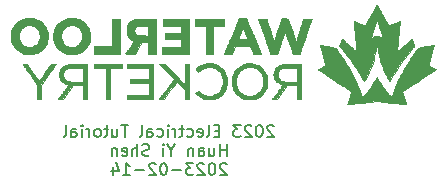
<source format=gbr>
%TF.GenerationSoftware,KiCad,Pcbnew,(6.0.10)*%
%TF.CreationDate,2023-02-14T20:35:35-05:00*%
%TF.ProjectId,starterProject,73746172-7465-4725-9072-6f6a6563742e,rev?*%
%TF.SameCoordinates,Original*%
%TF.FileFunction,Legend,Bot*%
%TF.FilePolarity,Positive*%
%FSLAX46Y46*%
G04 Gerber Fmt 4.6, Leading zero omitted, Abs format (unit mm)*
G04 Created by KiCad (PCBNEW (6.0.10)) date 2023-02-14 20:35:35*
%MOMM*%
%LPD*%
G01*
G04 APERTURE LIST*
%ADD10C,0.150000*%
%ADD11C,0.010000*%
G04 APERTURE END LIST*
D10*
X124173142Y-81249619D02*
X124125523Y-81202000D01*
X124030285Y-81154380D01*
X123792190Y-81154380D01*
X123696952Y-81202000D01*
X123649333Y-81249619D01*
X123601714Y-81344857D01*
X123601714Y-81440095D01*
X123649333Y-81582952D01*
X124220761Y-82154380D01*
X123601714Y-82154380D01*
X122982666Y-81154380D02*
X122887428Y-81154380D01*
X122792190Y-81202000D01*
X122744571Y-81249619D01*
X122696952Y-81344857D01*
X122649333Y-81535333D01*
X122649333Y-81773428D01*
X122696952Y-81963904D01*
X122744571Y-82059142D01*
X122792190Y-82106761D01*
X122887428Y-82154380D01*
X122982666Y-82154380D01*
X123077904Y-82106761D01*
X123125523Y-82059142D01*
X123173142Y-81963904D01*
X123220761Y-81773428D01*
X123220761Y-81535333D01*
X123173142Y-81344857D01*
X123125523Y-81249619D01*
X123077904Y-81202000D01*
X122982666Y-81154380D01*
X122268380Y-81249619D02*
X122220761Y-81202000D01*
X122125523Y-81154380D01*
X121887428Y-81154380D01*
X121792190Y-81202000D01*
X121744571Y-81249619D01*
X121696952Y-81344857D01*
X121696952Y-81440095D01*
X121744571Y-81582952D01*
X122316000Y-82154380D01*
X121696952Y-82154380D01*
X121363619Y-81154380D02*
X120744571Y-81154380D01*
X121077904Y-81535333D01*
X120935047Y-81535333D01*
X120839809Y-81582952D01*
X120792190Y-81630571D01*
X120744571Y-81725809D01*
X120744571Y-81963904D01*
X120792190Y-82059142D01*
X120839809Y-82106761D01*
X120935047Y-82154380D01*
X121220761Y-82154380D01*
X121316000Y-82106761D01*
X121363619Y-82059142D01*
X119554095Y-81630571D02*
X119220761Y-81630571D01*
X119077904Y-82154380D02*
X119554095Y-82154380D01*
X119554095Y-81154380D01*
X119077904Y-81154380D01*
X118506476Y-82154380D02*
X118601714Y-82106761D01*
X118649333Y-82011523D01*
X118649333Y-81154380D01*
X117744571Y-82106761D02*
X117839809Y-82154380D01*
X118030285Y-82154380D01*
X118125523Y-82106761D01*
X118173142Y-82011523D01*
X118173142Y-81630571D01*
X118125523Y-81535333D01*
X118030285Y-81487714D01*
X117839809Y-81487714D01*
X117744571Y-81535333D01*
X117696952Y-81630571D01*
X117696952Y-81725809D01*
X118173142Y-81821047D01*
X116839809Y-82106761D02*
X116935047Y-82154380D01*
X117125523Y-82154380D01*
X117220761Y-82106761D01*
X117268380Y-82059142D01*
X117316000Y-81963904D01*
X117316000Y-81678190D01*
X117268380Y-81582952D01*
X117220761Y-81535333D01*
X117125523Y-81487714D01*
X116935047Y-81487714D01*
X116839809Y-81535333D01*
X116554095Y-81487714D02*
X116173142Y-81487714D01*
X116411238Y-81154380D02*
X116411238Y-82011523D01*
X116363619Y-82106761D01*
X116268380Y-82154380D01*
X116173142Y-82154380D01*
X115839809Y-82154380D02*
X115839809Y-81487714D01*
X115839809Y-81678190D02*
X115792190Y-81582952D01*
X115744571Y-81535333D01*
X115649333Y-81487714D01*
X115554095Y-81487714D01*
X115220761Y-82154380D02*
X115220761Y-81487714D01*
X115220761Y-81154380D02*
X115268380Y-81202000D01*
X115220761Y-81249619D01*
X115173142Y-81202000D01*
X115220761Y-81154380D01*
X115220761Y-81249619D01*
X114316000Y-82106761D02*
X114411238Y-82154380D01*
X114601714Y-82154380D01*
X114696952Y-82106761D01*
X114744571Y-82059142D01*
X114792190Y-81963904D01*
X114792190Y-81678190D01*
X114744571Y-81582952D01*
X114696952Y-81535333D01*
X114601714Y-81487714D01*
X114411238Y-81487714D01*
X114316000Y-81535333D01*
X113458857Y-82154380D02*
X113458857Y-81630571D01*
X113506476Y-81535333D01*
X113601714Y-81487714D01*
X113792190Y-81487714D01*
X113887428Y-81535333D01*
X113458857Y-82106761D02*
X113554095Y-82154380D01*
X113792190Y-82154380D01*
X113887428Y-82106761D01*
X113935047Y-82011523D01*
X113935047Y-81916285D01*
X113887428Y-81821047D01*
X113792190Y-81773428D01*
X113554095Y-81773428D01*
X113458857Y-81725809D01*
X112839809Y-82154380D02*
X112935047Y-82106761D01*
X112982666Y-82011523D01*
X112982666Y-81154380D01*
X111839809Y-81154380D02*
X111268380Y-81154380D01*
X111554095Y-82154380D02*
X111554095Y-81154380D01*
X110506476Y-81487714D02*
X110506476Y-82154380D01*
X110935047Y-81487714D02*
X110935047Y-82011523D01*
X110887428Y-82106761D01*
X110792190Y-82154380D01*
X110649333Y-82154380D01*
X110554095Y-82106761D01*
X110506476Y-82059142D01*
X110173142Y-81487714D02*
X109792190Y-81487714D01*
X110030285Y-81154380D02*
X110030285Y-82011523D01*
X109982666Y-82106761D01*
X109887428Y-82154380D01*
X109792190Y-82154380D01*
X109316000Y-82154380D02*
X109411238Y-82106761D01*
X109458857Y-82059142D01*
X109506476Y-81963904D01*
X109506476Y-81678190D01*
X109458857Y-81582952D01*
X109411238Y-81535333D01*
X109316000Y-81487714D01*
X109173142Y-81487714D01*
X109077904Y-81535333D01*
X109030285Y-81582952D01*
X108982666Y-81678190D01*
X108982666Y-81963904D01*
X109030285Y-82059142D01*
X109077904Y-82106761D01*
X109173142Y-82154380D01*
X109316000Y-82154380D01*
X108554095Y-82154380D02*
X108554095Y-81487714D01*
X108554095Y-81678190D02*
X108506476Y-81582952D01*
X108458857Y-81535333D01*
X108363619Y-81487714D01*
X108268380Y-81487714D01*
X107935047Y-82154380D02*
X107935047Y-81487714D01*
X107935047Y-81154380D02*
X107982666Y-81202000D01*
X107935047Y-81249619D01*
X107887428Y-81202000D01*
X107935047Y-81154380D01*
X107935047Y-81249619D01*
X107030285Y-82154380D02*
X107030285Y-81630571D01*
X107077904Y-81535333D01*
X107173142Y-81487714D01*
X107363619Y-81487714D01*
X107458857Y-81535333D01*
X107030285Y-82106761D02*
X107125523Y-82154380D01*
X107363619Y-82154380D01*
X107458857Y-82106761D01*
X107506476Y-82011523D01*
X107506476Y-81916285D01*
X107458857Y-81821047D01*
X107363619Y-81773428D01*
X107125523Y-81773428D01*
X107030285Y-81725809D01*
X106411238Y-82154380D02*
X106506476Y-82106761D01*
X106554095Y-82011523D01*
X106554095Y-81154380D01*
X120196952Y-83764380D02*
X120196952Y-82764380D01*
X120196952Y-83240571D02*
X119625523Y-83240571D01*
X119625523Y-83764380D02*
X119625523Y-82764380D01*
X118720761Y-83097714D02*
X118720761Y-83764380D01*
X119149333Y-83097714D02*
X119149333Y-83621523D01*
X119101714Y-83716761D01*
X119006476Y-83764380D01*
X118863619Y-83764380D01*
X118768380Y-83716761D01*
X118720761Y-83669142D01*
X117816000Y-83764380D02*
X117816000Y-83240571D01*
X117863619Y-83145333D01*
X117958857Y-83097714D01*
X118149333Y-83097714D01*
X118244571Y-83145333D01*
X117816000Y-83716761D02*
X117911238Y-83764380D01*
X118149333Y-83764380D01*
X118244571Y-83716761D01*
X118292190Y-83621523D01*
X118292190Y-83526285D01*
X118244571Y-83431047D01*
X118149333Y-83383428D01*
X117911238Y-83383428D01*
X117816000Y-83335809D01*
X117339809Y-83097714D02*
X117339809Y-83764380D01*
X117339809Y-83192952D02*
X117292190Y-83145333D01*
X117196952Y-83097714D01*
X117054095Y-83097714D01*
X116958857Y-83145333D01*
X116911238Y-83240571D01*
X116911238Y-83764380D01*
X115482666Y-83288190D02*
X115482666Y-83764380D01*
X115816000Y-82764380D02*
X115482666Y-83288190D01*
X115149333Y-82764380D01*
X114816000Y-83764380D02*
X114816000Y-83097714D01*
X114816000Y-82764380D02*
X114863619Y-82812000D01*
X114816000Y-82859619D01*
X114768380Y-82812000D01*
X114816000Y-82764380D01*
X114816000Y-82859619D01*
X113625523Y-83716761D02*
X113482666Y-83764380D01*
X113244571Y-83764380D01*
X113149333Y-83716761D01*
X113101714Y-83669142D01*
X113054095Y-83573904D01*
X113054095Y-83478666D01*
X113101714Y-83383428D01*
X113149333Y-83335809D01*
X113244571Y-83288190D01*
X113435047Y-83240571D01*
X113530285Y-83192952D01*
X113577904Y-83145333D01*
X113625523Y-83050095D01*
X113625523Y-82954857D01*
X113577904Y-82859619D01*
X113530285Y-82812000D01*
X113435047Y-82764380D01*
X113196952Y-82764380D01*
X113054095Y-82812000D01*
X112625523Y-83764380D02*
X112625523Y-82764380D01*
X112196952Y-83764380D02*
X112196952Y-83240571D01*
X112244571Y-83145333D01*
X112339809Y-83097714D01*
X112482666Y-83097714D01*
X112577904Y-83145333D01*
X112625523Y-83192952D01*
X111339809Y-83716761D02*
X111435047Y-83764380D01*
X111625523Y-83764380D01*
X111720761Y-83716761D01*
X111768380Y-83621523D01*
X111768380Y-83240571D01*
X111720761Y-83145333D01*
X111625523Y-83097714D01*
X111435047Y-83097714D01*
X111339809Y-83145333D01*
X111292190Y-83240571D01*
X111292190Y-83335809D01*
X111768380Y-83431047D01*
X110863619Y-83097714D02*
X110863619Y-83764380D01*
X110863619Y-83192952D02*
X110816000Y-83145333D01*
X110720761Y-83097714D01*
X110577904Y-83097714D01*
X110482666Y-83145333D01*
X110435047Y-83240571D01*
X110435047Y-83764380D01*
X120173142Y-84469619D02*
X120125523Y-84422000D01*
X120030285Y-84374380D01*
X119792190Y-84374380D01*
X119696952Y-84422000D01*
X119649333Y-84469619D01*
X119601714Y-84564857D01*
X119601714Y-84660095D01*
X119649333Y-84802952D01*
X120220761Y-85374380D01*
X119601714Y-85374380D01*
X118982666Y-84374380D02*
X118887428Y-84374380D01*
X118792190Y-84422000D01*
X118744571Y-84469619D01*
X118696952Y-84564857D01*
X118649333Y-84755333D01*
X118649333Y-84993428D01*
X118696952Y-85183904D01*
X118744571Y-85279142D01*
X118792190Y-85326761D01*
X118887428Y-85374380D01*
X118982666Y-85374380D01*
X119077904Y-85326761D01*
X119125523Y-85279142D01*
X119173142Y-85183904D01*
X119220761Y-84993428D01*
X119220761Y-84755333D01*
X119173142Y-84564857D01*
X119125523Y-84469619D01*
X119077904Y-84422000D01*
X118982666Y-84374380D01*
X118268380Y-84469619D02*
X118220761Y-84422000D01*
X118125523Y-84374380D01*
X117887428Y-84374380D01*
X117792190Y-84422000D01*
X117744571Y-84469619D01*
X117696952Y-84564857D01*
X117696952Y-84660095D01*
X117744571Y-84802952D01*
X118316000Y-85374380D01*
X117696952Y-85374380D01*
X117363619Y-84374380D02*
X116744571Y-84374380D01*
X117077904Y-84755333D01*
X116935047Y-84755333D01*
X116839809Y-84802952D01*
X116792190Y-84850571D01*
X116744571Y-84945809D01*
X116744571Y-85183904D01*
X116792190Y-85279142D01*
X116839809Y-85326761D01*
X116935047Y-85374380D01*
X117220761Y-85374380D01*
X117316000Y-85326761D01*
X117363619Y-85279142D01*
X116316000Y-84993428D02*
X115554095Y-84993428D01*
X114887428Y-84374380D02*
X114792190Y-84374380D01*
X114696952Y-84422000D01*
X114649333Y-84469619D01*
X114601714Y-84564857D01*
X114554095Y-84755333D01*
X114554095Y-84993428D01*
X114601714Y-85183904D01*
X114649333Y-85279142D01*
X114696952Y-85326761D01*
X114792190Y-85374380D01*
X114887428Y-85374380D01*
X114982666Y-85326761D01*
X115030285Y-85279142D01*
X115077904Y-85183904D01*
X115125523Y-84993428D01*
X115125523Y-84755333D01*
X115077904Y-84564857D01*
X115030285Y-84469619D01*
X114982666Y-84422000D01*
X114887428Y-84374380D01*
X114173142Y-84469619D02*
X114125523Y-84422000D01*
X114030285Y-84374380D01*
X113792190Y-84374380D01*
X113696952Y-84422000D01*
X113649333Y-84469619D01*
X113601714Y-84564857D01*
X113601714Y-84660095D01*
X113649333Y-84802952D01*
X114220761Y-85374380D01*
X113601714Y-85374380D01*
X113173142Y-84993428D02*
X112411238Y-84993428D01*
X111411238Y-85374380D02*
X111982666Y-85374380D01*
X111696952Y-85374380D02*
X111696952Y-84374380D01*
X111792190Y-84517238D01*
X111887428Y-84612476D01*
X111982666Y-84660095D01*
X110554095Y-84707714D02*
X110554095Y-85374380D01*
X110792190Y-84326761D02*
X111030285Y-85041047D01*
X110411238Y-85041047D01*
%TO.C,G\u002A\u002A\u002A*%
G36*
X111120058Y-75107977D02*
G01*
X108991425Y-75107977D01*
X108991425Y-74508243D01*
X110461196Y-74508243D01*
X110461196Y-72143095D01*
X111120058Y-72143095D01*
X111120058Y-75107977D01*
G37*
D11*
X111120058Y-75107977D02*
X108991425Y-75107977D01*
X108991425Y-74508243D01*
X110461196Y-74508243D01*
X110461196Y-72143095D01*
X111120058Y-72143095D01*
X111120058Y-75107977D01*
G36*
X128078204Y-74366524D02*
G01*
X128091944Y-74368791D01*
X128120583Y-74374010D01*
X128162868Y-74381942D01*
X128217548Y-74392345D01*
X128283370Y-74404978D01*
X128359084Y-74419601D01*
X128443436Y-74435973D01*
X128535174Y-74453853D01*
X128633048Y-74472999D01*
X128735805Y-74493172D01*
X129392300Y-74622277D01*
X129436578Y-74677183D01*
X129511108Y-74771220D01*
X129650066Y-74954649D01*
X129791808Y-75151642D01*
X129935311Y-75360417D01*
X130079551Y-75579191D01*
X130223507Y-75806185D01*
X130366155Y-76039615D01*
X130506472Y-76277701D01*
X130643436Y-76518661D01*
X130776025Y-76760714D01*
X130903214Y-77002078D01*
X131023983Y-77240971D01*
X131137307Y-77475613D01*
X131242164Y-77704221D01*
X131337531Y-77925015D01*
X131422386Y-78136212D01*
X131433686Y-78165910D01*
X131458274Y-78232699D01*
X131483603Y-78304074D01*
X131509022Y-78377990D01*
X131533882Y-78452397D01*
X131557534Y-78525251D01*
X131579329Y-78594502D01*
X131598617Y-78658105D01*
X131614750Y-78714012D01*
X131627076Y-78760177D01*
X131634949Y-78794551D01*
X131637717Y-78815089D01*
X131637762Y-78816026D01*
X131640456Y-78818842D01*
X131647966Y-78815268D01*
X131661198Y-78804404D01*
X131681057Y-78785349D01*
X131708448Y-78757206D01*
X131744278Y-78719073D01*
X131789450Y-78670051D01*
X131844871Y-78609241D01*
X131869916Y-78581567D01*
X132012886Y-78419362D01*
X132143936Y-78262637D01*
X132265158Y-78108458D01*
X132378643Y-77953890D01*
X132486481Y-77795999D01*
X132590765Y-77631850D01*
X132693584Y-77458508D01*
X132797030Y-77273040D01*
X132812685Y-77244325D01*
X132838035Y-77198438D01*
X132860165Y-77159141D01*
X132877884Y-77128510D01*
X132890004Y-77108619D01*
X132895334Y-77101545D01*
X132898083Y-77104803D01*
X132908088Y-77120767D01*
X132924125Y-77148208D01*
X132945023Y-77185082D01*
X132969616Y-77229344D01*
X132996736Y-77278953D01*
X133035980Y-77350545D01*
X133141671Y-77535509D01*
X133247308Y-77708316D01*
X133355088Y-77872224D01*
X133467205Y-78030494D01*
X133585854Y-78186387D01*
X133713230Y-78343162D01*
X133730744Y-78363999D01*
X133776959Y-78418221D01*
X133825467Y-78474187D01*
X133874937Y-78530441D01*
X133924039Y-78585527D01*
X133971442Y-78637991D01*
X134015815Y-78686377D01*
X134055828Y-78729229D01*
X134090151Y-78765092D01*
X134117452Y-78792510D01*
X134136401Y-78810029D01*
X134145669Y-78816192D01*
X134149372Y-78809209D01*
X134156178Y-78788898D01*
X134164997Y-78758472D01*
X134174837Y-78721163D01*
X134179088Y-78704638D01*
X134203661Y-78617162D01*
X134234562Y-78517625D01*
X134270870Y-78408597D01*
X134311663Y-78292647D01*
X134356020Y-78172343D01*
X134403019Y-78050255D01*
X134451740Y-77928953D01*
X134501261Y-77811004D01*
X134592906Y-77604185D01*
X134704264Y-77366750D01*
X134824472Y-77123324D01*
X134952345Y-76875941D01*
X135086699Y-76626631D01*
X135226347Y-76377429D01*
X135370107Y-76130366D01*
X135516791Y-75887475D01*
X135665217Y-75650789D01*
X135814198Y-75422340D01*
X135962549Y-75204161D01*
X136109087Y-74998284D01*
X136252625Y-74806742D01*
X136281404Y-74769659D01*
X136312922Y-74729578D01*
X136340976Y-74694446D01*
X136363304Y-74667091D01*
X136377647Y-74650340D01*
X136406024Y-74619274D01*
X137055880Y-74492103D01*
X137085109Y-74486388D01*
X137186160Y-74466710D01*
X137282009Y-74448166D01*
X137371394Y-74430993D01*
X137453051Y-74415428D01*
X137525716Y-74401710D01*
X137588125Y-74390076D01*
X137639015Y-74380763D01*
X137677122Y-74374009D01*
X137701182Y-74370052D01*
X137709932Y-74369129D01*
X137708603Y-74376998D01*
X137703353Y-74400214D01*
X137694419Y-74437698D01*
X137682067Y-74488380D01*
X137666567Y-74551188D01*
X137648184Y-74625051D01*
X137627187Y-74708899D01*
X137603843Y-74801662D01*
X137578418Y-74902267D01*
X137551182Y-75009646D01*
X137522400Y-75122727D01*
X137492341Y-75240439D01*
X137472430Y-75318332D01*
X137437946Y-75453539D01*
X137407448Y-75573581D01*
X137380749Y-75679233D01*
X137357664Y-75771267D01*
X137338005Y-75850456D01*
X137321587Y-75917572D01*
X137308223Y-75973389D01*
X137297728Y-76018679D01*
X137289914Y-76054216D01*
X137284596Y-76080772D01*
X137281588Y-76099119D01*
X137280702Y-76110031D01*
X137281754Y-76114282D01*
X137282709Y-76114843D01*
X137295436Y-76122156D01*
X137320820Y-76136655D01*
X137357203Y-76157397D01*
X137402928Y-76183438D01*
X137456338Y-76213834D01*
X137515776Y-76247641D01*
X137579585Y-76283916D01*
X137595400Y-76292915D01*
X137657833Y-76328659D01*
X137715122Y-76361797D01*
X137765671Y-76391382D01*
X137807883Y-76416469D01*
X137840162Y-76436109D01*
X137860912Y-76449358D01*
X137868535Y-76455267D01*
X137867478Y-76456360D01*
X137855205Y-76465346D01*
X137829714Y-76482927D01*
X137791674Y-76508660D01*
X137741755Y-76542103D01*
X137680628Y-76582816D01*
X137608963Y-76630355D01*
X137527429Y-76684280D01*
X137436696Y-76744148D01*
X137337435Y-76809518D01*
X137230316Y-76879948D01*
X137116008Y-76954996D01*
X136995181Y-77034220D01*
X136868506Y-77117178D01*
X136736652Y-77203429D01*
X136600289Y-77292531D01*
X136460088Y-77384042D01*
X136450101Y-77390557D01*
X136282859Y-77499680D01*
X136129199Y-77599987D01*
X135988565Y-77691847D01*
X135860404Y-77775631D01*
X135744164Y-77851705D01*
X135639290Y-77920440D01*
X135545229Y-77982205D01*
X135461428Y-78037368D01*
X135387334Y-78086299D01*
X135322392Y-78129366D01*
X135266049Y-78166939D01*
X135217753Y-78199387D01*
X135176949Y-78227078D01*
X135143084Y-78250381D01*
X135115604Y-78269666D01*
X135093957Y-78285302D01*
X135077588Y-78297657D01*
X135065945Y-78307101D01*
X135058473Y-78314002D01*
X135054620Y-78318730D01*
X135053832Y-78321654D01*
X135054216Y-78323005D01*
X135058773Y-78337875D01*
X135067891Y-78367069D01*
X135081125Y-78409177D01*
X135098032Y-78462792D01*
X135118165Y-78526507D01*
X135141081Y-78598913D01*
X135166335Y-78678603D01*
X135193481Y-78764169D01*
X135222076Y-78854203D01*
X135229555Y-78877741D01*
X135257865Y-78966836D01*
X135284651Y-79051144D01*
X135309465Y-79129251D01*
X135331858Y-79199742D01*
X135351380Y-79261204D01*
X135367583Y-79312222D01*
X135380016Y-79351383D01*
X135388231Y-79377271D01*
X135391779Y-79388473D01*
X135393822Y-79396236D01*
X135391209Y-79405420D01*
X135375717Y-79407479D01*
X135375585Y-79407477D01*
X135364039Y-79406395D01*
X135336714Y-79403405D01*
X135294557Y-79398619D01*
X135238518Y-79392150D01*
X135169547Y-79384109D01*
X135088592Y-79374609D01*
X134996603Y-79363762D01*
X134894529Y-79351680D01*
X134783319Y-79338475D01*
X134663922Y-79324259D01*
X134537289Y-79309144D01*
X134404367Y-79293243D01*
X134266106Y-79276668D01*
X134123455Y-79259531D01*
X132893228Y-79111583D01*
X131649104Y-79261198D01*
X131627966Y-79263739D01*
X131485446Y-79280828D01*
X131347647Y-79297275D01*
X131215498Y-79312973D01*
X131089924Y-79327815D01*
X130971852Y-79341694D01*
X130862210Y-79354503D01*
X130761924Y-79366133D01*
X130671921Y-79376480D01*
X130593128Y-79385434D01*
X130526471Y-79392890D01*
X130472878Y-79398740D01*
X130433276Y-79402877D01*
X130408591Y-79405193D01*
X130399750Y-79405583D01*
X130400063Y-79402491D01*
X130404438Y-79385182D01*
X130413341Y-79353864D01*
X130426366Y-79309860D01*
X130443110Y-79254492D01*
X130463168Y-79189083D01*
X130486136Y-79114955D01*
X130511610Y-79033431D01*
X130539187Y-78945834D01*
X130568461Y-78853487D01*
X130585468Y-78799975D01*
X130613898Y-78710325D01*
X130640480Y-78626262D01*
X130664802Y-78549099D01*
X130686454Y-78480149D01*
X130705023Y-78420727D01*
X130720099Y-78372145D01*
X130731271Y-78335717D01*
X130738128Y-78312756D01*
X130740259Y-78304575D01*
X130739159Y-78303833D01*
X130726776Y-78295686D01*
X130701174Y-78278912D01*
X130663027Y-78253952D01*
X130613007Y-78221244D01*
X130551788Y-78181229D01*
X130480043Y-78134346D01*
X130398444Y-78081035D01*
X130307665Y-78021735D01*
X130208378Y-77956885D01*
X130101257Y-77886926D01*
X129986975Y-77812297D01*
X129866204Y-77733438D01*
X129739618Y-77650788D01*
X129607890Y-77564787D01*
X129471692Y-77475875D01*
X129331698Y-77384490D01*
X129278983Y-77350079D01*
X129140230Y-77259490D01*
X129005483Y-77171497D01*
X128875420Y-77086543D01*
X128750716Y-77005069D01*
X128632047Y-76927518D01*
X128520090Y-76854333D01*
X128415521Y-76785956D01*
X128319015Y-76722828D01*
X128231249Y-76665393D01*
X128152899Y-76614093D01*
X128084642Y-76569370D01*
X128027152Y-76531666D01*
X127981107Y-76501424D01*
X127947183Y-76479087D01*
X127926055Y-76465095D01*
X127918400Y-76459892D01*
X127919234Y-76458371D01*
X127931118Y-76449474D01*
X127955572Y-76433657D01*
X127991101Y-76411820D01*
X128036208Y-76384861D01*
X128089398Y-76353680D01*
X128149175Y-76319174D01*
X128214044Y-76282243D01*
X128243687Y-76265476D01*
X128306937Y-76229684D01*
X128364763Y-76196940D01*
X128415618Y-76168120D01*
X128457955Y-76144102D01*
X128490226Y-76125764D01*
X128510885Y-76113984D01*
X128518383Y-76109639D01*
X128516669Y-76101803D01*
X128511027Y-76078642D01*
X128501721Y-76041222D01*
X128489020Y-75990608D01*
X128473194Y-75927864D01*
X128454514Y-75854056D01*
X128433248Y-75770249D01*
X128409668Y-75677507D01*
X128384042Y-75576896D01*
X128356641Y-75469480D01*
X128327735Y-75356326D01*
X128297594Y-75238497D01*
X128268190Y-75123534D01*
X128239257Y-75010216D01*
X128211828Y-74902598D01*
X128186173Y-74801746D01*
X128162561Y-74708726D01*
X128141263Y-74624605D01*
X128122548Y-74550448D01*
X128106685Y-74487324D01*
X128093944Y-74436297D01*
X128084595Y-74398435D01*
X128078907Y-74374803D01*
X128077149Y-74366468D01*
X128078204Y-74366524D01*
G37*
X128078204Y-74366524D02*
X128091944Y-74368791D01*
X128120583Y-74374010D01*
X128162868Y-74381942D01*
X128217548Y-74392345D01*
X128283370Y-74404978D01*
X128359084Y-74419601D01*
X128443436Y-74435973D01*
X128535174Y-74453853D01*
X128633048Y-74472999D01*
X128735805Y-74493172D01*
X129392300Y-74622277D01*
X129436578Y-74677183D01*
X129511108Y-74771220D01*
X129650066Y-74954649D01*
X129791808Y-75151642D01*
X129935311Y-75360417D01*
X130079551Y-75579191D01*
X130223507Y-75806185D01*
X130366155Y-76039615D01*
X130506472Y-76277701D01*
X130643436Y-76518661D01*
X130776025Y-76760714D01*
X130903214Y-77002078D01*
X131023983Y-77240971D01*
X131137307Y-77475613D01*
X131242164Y-77704221D01*
X131337531Y-77925015D01*
X131422386Y-78136212D01*
X131433686Y-78165910D01*
X131458274Y-78232699D01*
X131483603Y-78304074D01*
X131509022Y-78377990D01*
X131533882Y-78452397D01*
X131557534Y-78525251D01*
X131579329Y-78594502D01*
X131598617Y-78658105D01*
X131614750Y-78714012D01*
X131627076Y-78760177D01*
X131634949Y-78794551D01*
X131637717Y-78815089D01*
X131637762Y-78816026D01*
X131640456Y-78818842D01*
X131647966Y-78815268D01*
X131661198Y-78804404D01*
X131681057Y-78785349D01*
X131708448Y-78757206D01*
X131744278Y-78719073D01*
X131789450Y-78670051D01*
X131844871Y-78609241D01*
X131869916Y-78581567D01*
X132012886Y-78419362D01*
X132143936Y-78262637D01*
X132265158Y-78108458D01*
X132378643Y-77953890D01*
X132486481Y-77795999D01*
X132590765Y-77631850D01*
X132693584Y-77458508D01*
X132797030Y-77273040D01*
X132812685Y-77244325D01*
X132838035Y-77198438D01*
X132860165Y-77159141D01*
X132877884Y-77128510D01*
X132890004Y-77108619D01*
X132895334Y-77101545D01*
X132898083Y-77104803D01*
X132908088Y-77120767D01*
X132924125Y-77148208D01*
X132945023Y-77185082D01*
X132969616Y-77229344D01*
X132996736Y-77278953D01*
X133035980Y-77350545D01*
X133141671Y-77535509D01*
X133247308Y-77708316D01*
X133355088Y-77872224D01*
X133467205Y-78030494D01*
X133585854Y-78186387D01*
X133713230Y-78343162D01*
X133730744Y-78363999D01*
X133776959Y-78418221D01*
X133825467Y-78474187D01*
X133874937Y-78530441D01*
X133924039Y-78585527D01*
X133971442Y-78637991D01*
X134015815Y-78686377D01*
X134055828Y-78729229D01*
X134090151Y-78765092D01*
X134117452Y-78792510D01*
X134136401Y-78810029D01*
X134145669Y-78816192D01*
X134149372Y-78809209D01*
X134156178Y-78788898D01*
X134164997Y-78758472D01*
X134174837Y-78721163D01*
X134179088Y-78704638D01*
X134203661Y-78617162D01*
X134234562Y-78517625D01*
X134270870Y-78408597D01*
X134311663Y-78292647D01*
X134356020Y-78172343D01*
X134403019Y-78050255D01*
X134451740Y-77928953D01*
X134501261Y-77811004D01*
X134592906Y-77604185D01*
X134704264Y-77366750D01*
X134824472Y-77123324D01*
X134952345Y-76875941D01*
X135086699Y-76626631D01*
X135226347Y-76377429D01*
X135370107Y-76130366D01*
X135516791Y-75887475D01*
X135665217Y-75650789D01*
X135814198Y-75422340D01*
X135962549Y-75204161D01*
X136109087Y-74998284D01*
X136252625Y-74806742D01*
X136281404Y-74769659D01*
X136312922Y-74729578D01*
X136340976Y-74694446D01*
X136363304Y-74667091D01*
X136377647Y-74650340D01*
X136406024Y-74619274D01*
X137055880Y-74492103D01*
X137085109Y-74486388D01*
X137186160Y-74466710D01*
X137282009Y-74448166D01*
X137371394Y-74430993D01*
X137453051Y-74415428D01*
X137525716Y-74401710D01*
X137588125Y-74390076D01*
X137639015Y-74380763D01*
X137677122Y-74374009D01*
X137701182Y-74370052D01*
X137709932Y-74369129D01*
X137708603Y-74376998D01*
X137703353Y-74400214D01*
X137694419Y-74437698D01*
X137682067Y-74488380D01*
X137666567Y-74551188D01*
X137648184Y-74625051D01*
X137627187Y-74708899D01*
X137603843Y-74801662D01*
X137578418Y-74902267D01*
X137551182Y-75009646D01*
X137522400Y-75122727D01*
X137492341Y-75240439D01*
X137472430Y-75318332D01*
X137437946Y-75453539D01*
X137407448Y-75573581D01*
X137380749Y-75679233D01*
X137357664Y-75771267D01*
X137338005Y-75850456D01*
X137321587Y-75917572D01*
X137308223Y-75973389D01*
X137297728Y-76018679D01*
X137289914Y-76054216D01*
X137284596Y-76080772D01*
X137281588Y-76099119D01*
X137280702Y-76110031D01*
X137281754Y-76114282D01*
X137282709Y-76114843D01*
X137295436Y-76122156D01*
X137320820Y-76136655D01*
X137357203Y-76157397D01*
X137402928Y-76183438D01*
X137456338Y-76213834D01*
X137515776Y-76247641D01*
X137579585Y-76283916D01*
X137595400Y-76292915D01*
X137657833Y-76328659D01*
X137715122Y-76361797D01*
X137765671Y-76391382D01*
X137807883Y-76416469D01*
X137840162Y-76436109D01*
X137860912Y-76449358D01*
X137868535Y-76455267D01*
X137867478Y-76456360D01*
X137855205Y-76465346D01*
X137829714Y-76482927D01*
X137791674Y-76508660D01*
X137741755Y-76542103D01*
X137680628Y-76582816D01*
X137608963Y-76630355D01*
X137527429Y-76684280D01*
X137436696Y-76744148D01*
X137337435Y-76809518D01*
X137230316Y-76879948D01*
X137116008Y-76954996D01*
X136995181Y-77034220D01*
X136868506Y-77117178D01*
X136736652Y-77203429D01*
X136600289Y-77292531D01*
X136460088Y-77384042D01*
X136450101Y-77390557D01*
X136282859Y-77499680D01*
X136129199Y-77599987D01*
X135988565Y-77691847D01*
X135860404Y-77775631D01*
X135744164Y-77851705D01*
X135639290Y-77920440D01*
X135545229Y-77982205D01*
X135461428Y-78037368D01*
X135387334Y-78086299D01*
X135322392Y-78129366D01*
X135266049Y-78166939D01*
X135217753Y-78199387D01*
X135176949Y-78227078D01*
X135143084Y-78250381D01*
X135115604Y-78269666D01*
X135093957Y-78285302D01*
X135077588Y-78297657D01*
X135065945Y-78307101D01*
X135058473Y-78314002D01*
X135054620Y-78318730D01*
X135053832Y-78321654D01*
X135054216Y-78323005D01*
X135058773Y-78337875D01*
X135067891Y-78367069D01*
X135081125Y-78409177D01*
X135098032Y-78462792D01*
X135118165Y-78526507D01*
X135141081Y-78598913D01*
X135166335Y-78678603D01*
X135193481Y-78764169D01*
X135222076Y-78854203D01*
X135229555Y-78877741D01*
X135257865Y-78966836D01*
X135284651Y-79051144D01*
X135309465Y-79129251D01*
X135331858Y-79199742D01*
X135351380Y-79261204D01*
X135367583Y-79312222D01*
X135380016Y-79351383D01*
X135388231Y-79377271D01*
X135391779Y-79388473D01*
X135393822Y-79396236D01*
X135391209Y-79405420D01*
X135375717Y-79407479D01*
X135375585Y-79407477D01*
X135364039Y-79406395D01*
X135336714Y-79403405D01*
X135294557Y-79398619D01*
X135238518Y-79392150D01*
X135169547Y-79384109D01*
X135088592Y-79374609D01*
X134996603Y-79363762D01*
X134894529Y-79351680D01*
X134783319Y-79338475D01*
X134663922Y-79324259D01*
X134537289Y-79309144D01*
X134404367Y-79293243D01*
X134266106Y-79276668D01*
X134123455Y-79259531D01*
X132893228Y-79111583D01*
X131649104Y-79261198D01*
X131627966Y-79263739D01*
X131485446Y-79280828D01*
X131347647Y-79297275D01*
X131215498Y-79312973D01*
X131089924Y-79327815D01*
X130971852Y-79341694D01*
X130862210Y-79354503D01*
X130761924Y-79366133D01*
X130671921Y-79376480D01*
X130593128Y-79385434D01*
X130526471Y-79392890D01*
X130472878Y-79398740D01*
X130433276Y-79402877D01*
X130408591Y-79405193D01*
X130399750Y-79405583D01*
X130400063Y-79402491D01*
X130404438Y-79385182D01*
X130413341Y-79353864D01*
X130426366Y-79309860D01*
X130443110Y-79254492D01*
X130463168Y-79189083D01*
X130486136Y-79114955D01*
X130511610Y-79033431D01*
X130539187Y-78945834D01*
X130568461Y-78853487D01*
X130585468Y-78799975D01*
X130613898Y-78710325D01*
X130640480Y-78626262D01*
X130664802Y-78549099D01*
X130686454Y-78480149D01*
X130705023Y-78420727D01*
X130720099Y-78372145D01*
X130731271Y-78335717D01*
X130738128Y-78312756D01*
X130740259Y-78304575D01*
X130739159Y-78303833D01*
X130726776Y-78295686D01*
X130701174Y-78278912D01*
X130663027Y-78253952D01*
X130613007Y-78221244D01*
X130551788Y-78181229D01*
X130480043Y-78134346D01*
X130398444Y-78081035D01*
X130307665Y-78021735D01*
X130208378Y-77956885D01*
X130101257Y-77886926D01*
X129986975Y-77812297D01*
X129866204Y-77733438D01*
X129739618Y-77650788D01*
X129607890Y-77564787D01*
X129471692Y-77475875D01*
X129331698Y-77384490D01*
X129278983Y-77350079D01*
X129140230Y-77259490D01*
X129005483Y-77171497D01*
X128875420Y-77086543D01*
X128750716Y-77005069D01*
X128632047Y-76927518D01*
X128520090Y-76854333D01*
X128415521Y-76785956D01*
X128319015Y-76722828D01*
X128231249Y-76665393D01*
X128152899Y-76614093D01*
X128084642Y-76569370D01*
X128027152Y-76531666D01*
X127981107Y-76501424D01*
X127947183Y-76479087D01*
X127926055Y-76465095D01*
X127918400Y-76459892D01*
X127919234Y-76458371D01*
X127931118Y-76449474D01*
X127955572Y-76433657D01*
X127991101Y-76411820D01*
X128036208Y-76384861D01*
X128089398Y-76353680D01*
X128149175Y-76319174D01*
X128214044Y-76282243D01*
X128243687Y-76265476D01*
X128306937Y-76229684D01*
X128364763Y-76196940D01*
X128415618Y-76168120D01*
X128457955Y-76144102D01*
X128490226Y-76125764D01*
X128510885Y-76113984D01*
X128518383Y-76109639D01*
X128516669Y-76101803D01*
X128511027Y-76078642D01*
X128501721Y-76041222D01*
X128489020Y-75990608D01*
X128473194Y-75927864D01*
X128454514Y-75854056D01*
X128433248Y-75770249D01*
X128409668Y-75677507D01*
X128384042Y-75576896D01*
X128356641Y-75469480D01*
X128327735Y-75356326D01*
X128297594Y-75238497D01*
X128268190Y-75123534D01*
X128239257Y-75010216D01*
X128211828Y-74902598D01*
X128186173Y-74801746D01*
X128162561Y-74708726D01*
X128141263Y-74624605D01*
X128122548Y-74550448D01*
X128106685Y-74487324D01*
X128093944Y-74436297D01*
X128084595Y-74398435D01*
X128078907Y-74374803D01*
X128077149Y-74366468D01*
X128078204Y-74366524D01*
G36*
X105036581Y-73799522D02*
G01*
X105011943Y-73963415D01*
X104985546Y-74072546D01*
X104935409Y-74218083D01*
X104869360Y-74358625D01*
X104787696Y-74493560D01*
X104690716Y-74622277D01*
X104621788Y-74698423D01*
X104513860Y-74797314D01*
X104394287Y-74886269D01*
X104264848Y-74964355D01*
X104127321Y-75030643D01*
X103983484Y-75084202D01*
X103835114Y-75124099D01*
X103683989Y-75149406D01*
X103650016Y-75152580D01*
X103586486Y-75155927D01*
X103514294Y-75157380D01*
X103438380Y-75156985D01*
X103363685Y-75154788D01*
X103295148Y-75150838D01*
X103237711Y-75145180D01*
X103199359Y-75139759D01*
X103041334Y-75107376D01*
X102890003Y-75060159D01*
X102746164Y-74998841D01*
X102610617Y-74924159D01*
X102484163Y-74836848D01*
X102367600Y-74737644D01*
X102261728Y-74627283D01*
X102167347Y-74506499D01*
X102085256Y-74376028D01*
X102016256Y-74236606D01*
X101961145Y-74088968D01*
X101920724Y-73933850D01*
X101916786Y-73912806D01*
X101908178Y-73848821D01*
X101901849Y-73774178D01*
X101897903Y-73693273D01*
X101897162Y-73651190D01*
X102581434Y-73651190D01*
X102592119Y-73777946D01*
X102619388Y-73903036D01*
X102663194Y-74025457D01*
X102697867Y-74097351D01*
X102742144Y-74169419D01*
X102795990Y-74238744D01*
X102862500Y-74309740D01*
X102902977Y-74347924D01*
X102978435Y-74408007D01*
X103057993Y-74456264D01*
X103145661Y-74494961D01*
X103245449Y-74526369D01*
X103258391Y-74529394D01*
X103300528Y-74536186D01*
X103352873Y-74541672D01*
X103410940Y-74545654D01*
X103470244Y-74547933D01*
X103526298Y-74548310D01*
X103574617Y-74546586D01*
X103610714Y-74542563D01*
X103702332Y-74521114D01*
X103817894Y-74479617D01*
X103924896Y-74423998D01*
X104022481Y-74354886D01*
X104109794Y-74272910D01*
X104185977Y-74178698D01*
X104250176Y-74072880D01*
X104272649Y-74026710D01*
X104311603Y-73924525D01*
X104337418Y-73817752D01*
X104350630Y-73703808D01*
X104351769Y-73580109D01*
X104345941Y-73490731D01*
X104334515Y-73411674D01*
X104316161Y-73338190D01*
X104289526Y-73264867D01*
X104253257Y-73186295D01*
X104214046Y-73114754D01*
X104145752Y-73015734D01*
X104067736Y-72930298D01*
X103979618Y-72858048D01*
X103881016Y-72798589D01*
X103865603Y-72790824D01*
X103790277Y-72757025D01*
X103717970Y-72732665D01*
X103643900Y-72716656D01*
X103563283Y-72707910D01*
X103471339Y-72705338D01*
X103417382Y-72705874D01*
X103373708Y-72707655D01*
X103337636Y-72711137D01*
X103304453Y-72716781D01*
X103269448Y-72725047D01*
X103208007Y-72743012D01*
X103091877Y-72789282D01*
X102986040Y-72848692D01*
X102891042Y-72920733D01*
X102807426Y-73004892D01*
X102735738Y-73100657D01*
X102676524Y-73207518D01*
X102630328Y-73324961D01*
X102610004Y-73396695D01*
X102587380Y-73523772D01*
X102581434Y-73651190D01*
X101897162Y-73651190D01*
X101896445Y-73610499D01*
X101897576Y-73530250D01*
X101901402Y-73456920D01*
X101908026Y-73394903D01*
X101919774Y-73325164D01*
X101956850Y-73172817D01*
X102008972Y-73026686D01*
X102076729Y-72885266D01*
X102160706Y-72747053D01*
X102161893Y-72745298D01*
X102200008Y-72694507D01*
X102248803Y-72637595D01*
X102305058Y-72577740D01*
X102365551Y-72518123D01*
X102427061Y-72461922D01*
X102486365Y-72412316D01*
X102540243Y-72372485D01*
X102629582Y-72316729D01*
X102748342Y-72254326D01*
X102872548Y-72200572D01*
X102997543Y-72157445D01*
X103118668Y-72126923D01*
X103178374Y-72116035D01*
X103341270Y-72097010D01*
X103503374Y-72093293D01*
X103663459Y-72104523D01*
X103820297Y-72130337D01*
X103972659Y-72170373D01*
X104119318Y-72224268D01*
X104259046Y-72291660D01*
X104390615Y-72372187D01*
X104512798Y-72465487D01*
X104624365Y-72571197D01*
X104669863Y-72621375D01*
X104768123Y-72747107D01*
X104851919Y-72880836D01*
X104920995Y-73021641D01*
X104975093Y-73168599D01*
X105013958Y-73320789D01*
X105037332Y-73477287D01*
X105042237Y-73580109D01*
X105044959Y-73637172D01*
X105036581Y-73799522D01*
G37*
X105036581Y-73799522D02*
X105011943Y-73963415D01*
X104985546Y-74072546D01*
X104935409Y-74218083D01*
X104869360Y-74358625D01*
X104787696Y-74493560D01*
X104690716Y-74622277D01*
X104621788Y-74698423D01*
X104513860Y-74797314D01*
X104394287Y-74886269D01*
X104264848Y-74964355D01*
X104127321Y-75030643D01*
X103983484Y-75084202D01*
X103835114Y-75124099D01*
X103683989Y-75149406D01*
X103650016Y-75152580D01*
X103586486Y-75155927D01*
X103514294Y-75157380D01*
X103438380Y-75156985D01*
X103363685Y-75154788D01*
X103295148Y-75150838D01*
X103237711Y-75145180D01*
X103199359Y-75139759D01*
X103041334Y-75107376D01*
X102890003Y-75060159D01*
X102746164Y-74998841D01*
X102610617Y-74924159D01*
X102484163Y-74836848D01*
X102367600Y-74737644D01*
X102261728Y-74627283D01*
X102167347Y-74506499D01*
X102085256Y-74376028D01*
X102016256Y-74236606D01*
X101961145Y-74088968D01*
X101920724Y-73933850D01*
X101916786Y-73912806D01*
X101908178Y-73848821D01*
X101901849Y-73774178D01*
X101897903Y-73693273D01*
X101897162Y-73651190D01*
X102581434Y-73651190D01*
X102592119Y-73777946D01*
X102619388Y-73903036D01*
X102663194Y-74025457D01*
X102697867Y-74097351D01*
X102742144Y-74169419D01*
X102795990Y-74238744D01*
X102862500Y-74309740D01*
X102902977Y-74347924D01*
X102978435Y-74408007D01*
X103057993Y-74456264D01*
X103145661Y-74494961D01*
X103245449Y-74526369D01*
X103258391Y-74529394D01*
X103300528Y-74536186D01*
X103352873Y-74541672D01*
X103410940Y-74545654D01*
X103470244Y-74547933D01*
X103526298Y-74548310D01*
X103574617Y-74546586D01*
X103610714Y-74542563D01*
X103702332Y-74521114D01*
X103817894Y-74479617D01*
X103924896Y-74423998D01*
X104022481Y-74354886D01*
X104109794Y-74272910D01*
X104185977Y-74178698D01*
X104250176Y-74072880D01*
X104272649Y-74026710D01*
X104311603Y-73924525D01*
X104337418Y-73817752D01*
X104350630Y-73703808D01*
X104351769Y-73580109D01*
X104345941Y-73490731D01*
X104334515Y-73411674D01*
X104316161Y-73338190D01*
X104289526Y-73264867D01*
X104253257Y-73186295D01*
X104214046Y-73114754D01*
X104145752Y-73015734D01*
X104067736Y-72930298D01*
X103979618Y-72858048D01*
X103881016Y-72798589D01*
X103865603Y-72790824D01*
X103790277Y-72757025D01*
X103717970Y-72732665D01*
X103643900Y-72716656D01*
X103563283Y-72707910D01*
X103471339Y-72705338D01*
X103417382Y-72705874D01*
X103373708Y-72707655D01*
X103337636Y-72711137D01*
X103304453Y-72716781D01*
X103269448Y-72725047D01*
X103208007Y-72743012D01*
X103091877Y-72789282D01*
X102986040Y-72848692D01*
X102891042Y-72920733D01*
X102807426Y-73004892D01*
X102735738Y-73100657D01*
X102676524Y-73207518D01*
X102630328Y-73324961D01*
X102610004Y-73396695D01*
X102587380Y-73523772D01*
X102581434Y-73651190D01*
X101897162Y-73651190D01*
X101896445Y-73610499D01*
X101897576Y-73530250D01*
X101901402Y-73456920D01*
X101908026Y-73394903D01*
X101919774Y-73325164D01*
X101956850Y-73172817D01*
X102008972Y-73026686D01*
X102076729Y-72885266D01*
X102160706Y-72747053D01*
X102161893Y-72745298D01*
X102200008Y-72694507D01*
X102248803Y-72637595D01*
X102305058Y-72577740D01*
X102365551Y-72518123D01*
X102427061Y-72461922D01*
X102486365Y-72412316D01*
X102540243Y-72372485D01*
X102629582Y-72316729D01*
X102748342Y-72254326D01*
X102872548Y-72200572D01*
X102997543Y-72157445D01*
X103118668Y-72126923D01*
X103178374Y-72116035D01*
X103341270Y-72097010D01*
X103503374Y-72093293D01*
X103663459Y-72104523D01*
X103820297Y-72130337D01*
X103972659Y-72170373D01*
X104119318Y-72224268D01*
X104259046Y-72291660D01*
X104390615Y-72372187D01*
X104512798Y-72465487D01*
X104624365Y-72571197D01*
X104669863Y-72621375D01*
X104768123Y-72747107D01*
X104851919Y-72880836D01*
X104920995Y-73021641D01*
X104975093Y-73168599D01*
X105013958Y-73320789D01*
X105037332Y-73477287D01*
X105042237Y-73580109D01*
X105044959Y-73637172D01*
X105036581Y-73799522D01*
G36*
X108613264Y-73910310D02*
G01*
X108578269Y-74064332D01*
X108527747Y-74212984D01*
X108461932Y-74355481D01*
X108381057Y-74491035D01*
X108285358Y-74618861D01*
X108207906Y-74703624D01*
X108099711Y-74801157D01*
X107980078Y-74889151D01*
X107851023Y-74966544D01*
X107714563Y-75032271D01*
X107572714Y-75085267D01*
X107427493Y-75124470D01*
X107280916Y-75148815D01*
X107262145Y-75150786D01*
X107165459Y-75157037D01*
X107061179Y-75158185D01*
X106954113Y-75154478D01*
X106849071Y-75146168D01*
X106750860Y-75133504D01*
X106664288Y-75116736D01*
X106619215Y-75105353D01*
X106467207Y-75056029D01*
X106322276Y-74991910D01*
X106185411Y-74913762D01*
X106057602Y-74822347D01*
X105939839Y-74718430D01*
X105833111Y-74602775D01*
X105738410Y-74476145D01*
X105656724Y-74339304D01*
X105643260Y-74313272D01*
X105585158Y-74184190D01*
X105541014Y-74053182D01*
X105510204Y-73917629D01*
X105492105Y-73774907D01*
X105486121Y-73623114D01*
X106174980Y-73623114D01*
X106176499Y-73697136D01*
X106181717Y-73765999D01*
X106190631Y-73824040D01*
X106199870Y-73863932D01*
X106238265Y-73985164D01*
X106289778Y-74096913D01*
X106353723Y-74198433D01*
X106429415Y-74288979D01*
X106516171Y-74367805D01*
X106613305Y-74434166D01*
X106720133Y-74487317D01*
X106835969Y-74526513D01*
X106870621Y-74533752D01*
X106925297Y-74540845D01*
X106988049Y-74545617D01*
X107054049Y-74547918D01*
X107118464Y-74547598D01*
X107176465Y-74544508D01*
X107223220Y-74538499D01*
X107317968Y-74514591D01*
X107427611Y-74471677D01*
X107530989Y-74414472D01*
X107626110Y-74344287D01*
X107710983Y-74262431D01*
X107783613Y-74170214D01*
X107818792Y-74112783D01*
X107857635Y-74036199D01*
X107891143Y-73955894D01*
X107916097Y-73878945D01*
X107917410Y-73874044D01*
X107924869Y-73844834D01*
X107930364Y-73818939D01*
X107934193Y-73792992D01*
X107936653Y-73763623D01*
X107938039Y-73727466D01*
X107938648Y-73681152D01*
X107938777Y-73621313D01*
X107938725Y-73596037D01*
X107937808Y-73530306D01*
X107935227Y-73476268D01*
X107930311Y-73430036D01*
X107922390Y-73387727D01*
X107910792Y-73345455D01*
X107894848Y-73299337D01*
X107873886Y-73245486D01*
X107859556Y-73211892D01*
X107803721Y-73107766D01*
X107734702Y-73012159D01*
X107654060Y-72926794D01*
X107563355Y-72853389D01*
X107464147Y-72793665D01*
X107376264Y-72755598D01*
X107265832Y-72723551D01*
X107150992Y-72705730D01*
X107034644Y-72702371D01*
X106919690Y-72713712D01*
X106809031Y-72739990D01*
X106694168Y-72784403D01*
X106587801Y-72842715D01*
X106491835Y-72913805D01*
X106406915Y-72996947D01*
X106333688Y-73091412D01*
X106272801Y-73196474D01*
X106224900Y-73311406D01*
X106190631Y-73435480D01*
X106183032Y-73482244D01*
X106177157Y-73549596D01*
X106174980Y-73623114D01*
X105486121Y-73623114D01*
X105486093Y-73622397D01*
X105488200Y-73525391D01*
X105499497Y-73394640D01*
X105521405Y-73270945D01*
X105554883Y-73150349D01*
X105600888Y-73028898D01*
X105660378Y-72902638D01*
X105665305Y-72893111D01*
X105741838Y-72764810D01*
X105833402Y-72644093D01*
X105939826Y-72531189D01*
X105959791Y-72512316D01*
X106043621Y-72438922D01*
X106127536Y-72375956D01*
X106217122Y-72319495D01*
X106317963Y-72265617D01*
X106382895Y-72234613D01*
X106493430Y-72188686D01*
X106601105Y-72153428D01*
X106710747Y-72127136D01*
X106735803Y-72122323D01*
X106900447Y-72099713D01*
X107063565Y-72092618D01*
X107224137Y-72100639D01*
X107381146Y-72123375D01*
X107533573Y-72160424D01*
X107680399Y-72211385D01*
X107820605Y-72275858D01*
X107953175Y-72353442D01*
X108077087Y-72443735D01*
X108191325Y-72546337D01*
X108294870Y-72660847D01*
X108386703Y-72786864D01*
X108436374Y-72868745D01*
X108507264Y-73010922D01*
X108563230Y-73159424D01*
X108603623Y-73312412D01*
X108627791Y-73468051D01*
X108635737Y-73589304D01*
X108635098Y-73621313D01*
X108632498Y-73751705D01*
X108613264Y-73910310D01*
G37*
X108613264Y-73910310D02*
X108578269Y-74064332D01*
X108527747Y-74212984D01*
X108461932Y-74355481D01*
X108381057Y-74491035D01*
X108285358Y-74618861D01*
X108207906Y-74703624D01*
X108099711Y-74801157D01*
X107980078Y-74889151D01*
X107851023Y-74966544D01*
X107714563Y-75032271D01*
X107572714Y-75085267D01*
X107427493Y-75124470D01*
X107280916Y-75148815D01*
X107262145Y-75150786D01*
X107165459Y-75157037D01*
X107061179Y-75158185D01*
X106954113Y-75154478D01*
X106849071Y-75146168D01*
X106750860Y-75133504D01*
X106664288Y-75116736D01*
X106619215Y-75105353D01*
X106467207Y-75056029D01*
X106322276Y-74991910D01*
X106185411Y-74913762D01*
X106057602Y-74822347D01*
X105939839Y-74718430D01*
X105833111Y-74602775D01*
X105738410Y-74476145D01*
X105656724Y-74339304D01*
X105643260Y-74313272D01*
X105585158Y-74184190D01*
X105541014Y-74053182D01*
X105510204Y-73917629D01*
X105492105Y-73774907D01*
X105486121Y-73623114D01*
X106174980Y-73623114D01*
X106176499Y-73697136D01*
X106181717Y-73765999D01*
X106190631Y-73824040D01*
X106199870Y-73863932D01*
X106238265Y-73985164D01*
X106289778Y-74096913D01*
X106353723Y-74198433D01*
X106429415Y-74288979D01*
X106516171Y-74367805D01*
X106613305Y-74434166D01*
X106720133Y-74487317D01*
X106835969Y-74526513D01*
X106870621Y-74533752D01*
X106925297Y-74540845D01*
X106988049Y-74545617D01*
X107054049Y-74547918D01*
X107118464Y-74547598D01*
X107176465Y-74544508D01*
X107223220Y-74538499D01*
X107317968Y-74514591D01*
X107427611Y-74471677D01*
X107530989Y-74414472D01*
X107626110Y-74344287D01*
X107710983Y-74262431D01*
X107783613Y-74170214D01*
X107818792Y-74112783D01*
X107857635Y-74036199D01*
X107891143Y-73955894D01*
X107916097Y-73878945D01*
X107917410Y-73874044D01*
X107924869Y-73844834D01*
X107930364Y-73818939D01*
X107934193Y-73792992D01*
X107936653Y-73763623D01*
X107938039Y-73727466D01*
X107938648Y-73681152D01*
X107938777Y-73621313D01*
X107938725Y-73596037D01*
X107937808Y-73530306D01*
X107935227Y-73476268D01*
X107930311Y-73430036D01*
X107922390Y-73387727D01*
X107910792Y-73345455D01*
X107894848Y-73299337D01*
X107873886Y-73245486D01*
X107859556Y-73211892D01*
X107803721Y-73107766D01*
X107734702Y-73012159D01*
X107654060Y-72926794D01*
X107563355Y-72853389D01*
X107464147Y-72793665D01*
X107376264Y-72755598D01*
X107265832Y-72723551D01*
X107150992Y-72705730D01*
X107034644Y-72702371D01*
X106919690Y-72713712D01*
X106809031Y-72739990D01*
X106694168Y-72784403D01*
X106587801Y-72842715D01*
X106491835Y-72913805D01*
X106406915Y-72996947D01*
X106333688Y-73091412D01*
X106272801Y-73196474D01*
X106224900Y-73311406D01*
X106190631Y-73435480D01*
X106183032Y-73482244D01*
X106177157Y-73549596D01*
X106174980Y-73623114D01*
X105486121Y-73623114D01*
X105486093Y-73622397D01*
X105488200Y-73525391D01*
X105499497Y-73394640D01*
X105521405Y-73270945D01*
X105554883Y-73150349D01*
X105600888Y-73028898D01*
X105660378Y-72902638D01*
X105665305Y-72893111D01*
X105741838Y-72764810D01*
X105833402Y-72644093D01*
X105939826Y-72531189D01*
X105959791Y-72512316D01*
X106043621Y-72438922D01*
X106127536Y-72375956D01*
X106217122Y-72319495D01*
X106317963Y-72265617D01*
X106382895Y-72234613D01*
X106493430Y-72188686D01*
X106601105Y-72153428D01*
X106710747Y-72127136D01*
X106735803Y-72122323D01*
X106900447Y-72099713D01*
X107063565Y-72092618D01*
X107224137Y-72100639D01*
X107381146Y-72123375D01*
X107533573Y-72160424D01*
X107680399Y-72211385D01*
X107820605Y-72275858D01*
X107953175Y-72353442D01*
X108077087Y-72443735D01*
X108191325Y-72546337D01*
X108294870Y-72660847D01*
X108386703Y-72786864D01*
X108436374Y-72868745D01*
X108507264Y-73010922D01*
X108563230Y-73159424D01*
X108603623Y-73312412D01*
X108627791Y-73468051D01*
X108635737Y-73589304D01*
X108635098Y-73621313D01*
X108632498Y-73751705D01*
X108613264Y-73910310D01*
G36*
X108003131Y-78942896D02*
G01*
X108003131Y-77794110D01*
X107170144Y-77794110D01*
X106312214Y-78942896D01*
X105890242Y-78942896D01*
X105906843Y-78919667D01*
X105911164Y-78913796D01*
X105925404Y-78894688D01*
X105948481Y-78863838D01*
X105979620Y-78822275D01*
X106018051Y-78771029D01*
X106063001Y-78711128D01*
X106113698Y-78643602D01*
X106169368Y-78569479D01*
X106229241Y-78489788D01*
X106292544Y-78405559D01*
X106358504Y-78317821D01*
X106408211Y-78251676D01*
X106471446Y-78167418D01*
X106531087Y-78087825D01*
X106586404Y-78013878D01*
X106636666Y-77946557D01*
X106681143Y-77886843D01*
X106719105Y-77835717D01*
X106749821Y-77794160D01*
X106772562Y-77763153D01*
X106786596Y-77743677D01*
X106791194Y-77736712D01*
X106790174Y-77736193D01*
X106777422Y-77732301D01*
X106753455Y-77725980D01*
X106722332Y-77718313D01*
X106679725Y-77707324D01*
X106558063Y-77666528D01*
X106445581Y-77614380D01*
X106343493Y-77551695D01*
X106253011Y-77479286D01*
X106175348Y-77397967D01*
X106111715Y-77308552D01*
X106108427Y-77303002D01*
X106078770Y-77244179D01*
X106051517Y-77175357D01*
X106028891Y-77102754D01*
X106013112Y-77032585D01*
X106007874Y-76994527D01*
X106003112Y-76924158D01*
X106003023Y-76907179D01*
X106349765Y-76907179D01*
X106355442Y-76975091D01*
X106373509Y-77060961D01*
X106404381Y-77138360D01*
X106449169Y-77209877D01*
X106508985Y-77278098D01*
X106531615Y-77299515D01*
X106602714Y-77354307D01*
X106684075Y-77399657D01*
X106777423Y-77436428D01*
X106884485Y-77465480D01*
X106901108Y-77469072D01*
X106918483Y-77472412D01*
X106936690Y-77475248D01*
X106957189Y-77477634D01*
X106981441Y-77479623D01*
X107010905Y-77481270D01*
X107047041Y-77482628D01*
X107091311Y-77483753D01*
X107145173Y-77484698D01*
X107210089Y-77485517D01*
X107287517Y-77486264D01*
X107378919Y-77486994D01*
X107485755Y-77487760D01*
X108003131Y-77491370D01*
X108003131Y-76290551D01*
X107552446Y-76290551D01*
X107528939Y-76290563D01*
X107439418Y-76290813D01*
X107352263Y-76291364D01*
X107269548Y-76292185D01*
X107193349Y-76293243D01*
X107125742Y-76294506D01*
X107068802Y-76295942D01*
X107024605Y-76297518D01*
X106995226Y-76299202D01*
X106880341Y-76313775D01*
X106769336Y-76339763D01*
X106670295Y-76376346D01*
X106583621Y-76423301D01*
X106509715Y-76480410D01*
X106448979Y-76547452D01*
X106401816Y-76624206D01*
X106376961Y-76682896D01*
X106358898Y-76749958D01*
X106350104Y-76823246D01*
X106349765Y-76907179D01*
X106003023Y-76907179D01*
X106002711Y-76847515D01*
X106006489Y-76770292D01*
X106014262Y-76698181D01*
X106025848Y-76636877D01*
X106026743Y-76633344D01*
X106046927Y-76570863D01*
X106075809Y-76502574D01*
X106110550Y-76434101D01*
X106148313Y-76371066D01*
X106186259Y-76319093D01*
X106252208Y-76250867D01*
X106333989Y-76186029D01*
X106427379Y-76128095D01*
X106529981Y-76078377D01*
X106639396Y-76038188D01*
X106753228Y-76008839D01*
X106766822Y-76006125D01*
X106794396Y-76001061D01*
X106822590Y-75996636D01*
X106852655Y-75992808D01*
X106885844Y-75989535D01*
X106923407Y-75986774D01*
X106966598Y-75984484D01*
X107016668Y-75982622D01*
X107074868Y-75981146D01*
X107142451Y-75980012D01*
X107220669Y-75979180D01*
X107310773Y-75978606D01*
X107414014Y-75978249D01*
X107531646Y-75978066D01*
X107664920Y-75978014D01*
X108349456Y-75978014D01*
X108349456Y-78942896D01*
X108003131Y-78942896D01*
G37*
X108003131Y-78942896D02*
X108003131Y-77794110D01*
X107170144Y-77794110D01*
X106312214Y-78942896D01*
X105890242Y-78942896D01*
X105906843Y-78919667D01*
X105911164Y-78913796D01*
X105925404Y-78894688D01*
X105948481Y-78863838D01*
X105979620Y-78822275D01*
X106018051Y-78771029D01*
X106063001Y-78711128D01*
X106113698Y-78643602D01*
X106169368Y-78569479D01*
X106229241Y-78489788D01*
X106292544Y-78405559D01*
X106358504Y-78317821D01*
X106408211Y-78251676D01*
X106471446Y-78167418D01*
X106531087Y-78087825D01*
X106586404Y-78013878D01*
X106636666Y-77946557D01*
X106681143Y-77886843D01*
X106719105Y-77835717D01*
X106749821Y-77794160D01*
X106772562Y-77763153D01*
X106786596Y-77743677D01*
X106791194Y-77736712D01*
X106790174Y-77736193D01*
X106777422Y-77732301D01*
X106753455Y-77725980D01*
X106722332Y-77718313D01*
X106679725Y-77707324D01*
X106558063Y-77666528D01*
X106445581Y-77614380D01*
X106343493Y-77551695D01*
X106253011Y-77479286D01*
X106175348Y-77397967D01*
X106111715Y-77308552D01*
X106108427Y-77303002D01*
X106078770Y-77244179D01*
X106051517Y-77175357D01*
X106028891Y-77102754D01*
X106013112Y-77032585D01*
X106007874Y-76994527D01*
X106003112Y-76924158D01*
X106003023Y-76907179D01*
X106349765Y-76907179D01*
X106355442Y-76975091D01*
X106373509Y-77060961D01*
X106404381Y-77138360D01*
X106449169Y-77209877D01*
X106508985Y-77278098D01*
X106531615Y-77299515D01*
X106602714Y-77354307D01*
X106684075Y-77399657D01*
X106777423Y-77436428D01*
X106884485Y-77465480D01*
X106901108Y-77469072D01*
X106918483Y-77472412D01*
X106936690Y-77475248D01*
X106957189Y-77477634D01*
X106981441Y-77479623D01*
X107010905Y-77481270D01*
X107047041Y-77482628D01*
X107091311Y-77483753D01*
X107145173Y-77484698D01*
X107210089Y-77485517D01*
X107287517Y-77486264D01*
X107378919Y-77486994D01*
X107485755Y-77487760D01*
X108003131Y-77491370D01*
X108003131Y-76290551D01*
X107552446Y-76290551D01*
X107528939Y-76290563D01*
X107439418Y-76290813D01*
X107352263Y-76291364D01*
X107269548Y-76292185D01*
X107193349Y-76293243D01*
X107125742Y-76294506D01*
X107068802Y-76295942D01*
X107024605Y-76297518D01*
X106995226Y-76299202D01*
X106880341Y-76313775D01*
X106769336Y-76339763D01*
X106670295Y-76376346D01*
X106583621Y-76423301D01*
X106509715Y-76480410D01*
X106448979Y-76547452D01*
X106401816Y-76624206D01*
X106376961Y-76682896D01*
X106358898Y-76749958D01*
X106350104Y-76823246D01*
X106349765Y-76907179D01*
X106003023Y-76907179D01*
X106002711Y-76847515D01*
X106006489Y-76770292D01*
X106014262Y-76698181D01*
X106025848Y-76636877D01*
X106026743Y-76633344D01*
X106046927Y-76570863D01*
X106075809Y-76502574D01*
X106110550Y-76434101D01*
X106148313Y-76371066D01*
X106186259Y-76319093D01*
X106252208Y-76250867D01*
X106333989Y-76186029D01*
X106427379Y-76128095D01*
X106529981Y-76078377D01*
X106639396Y-76038188D01*
X106753228Y-76008839D01*
X106766822Y-76006125D01*
X106794396Y-76001061D01*
X106822590Y-75996636D01*
X106852655Y-75992808D01*
X106885844Y-75989535D01*
X106923407Y-75986774D01*
X106966598Y-75984484D01*
X107016668Y-75982622D01*
X107074868Y-75981146D01*
X107142451Y-75980012D01*
X107220669Y-75979180D01*
X107310773Y-75978606D01*
X107414014Y-75978249D01*
X107531646Y-75978066D01*
X107664920Y-75978014D01*
X108349456Y-75978014D01*
X108349456Y-78942896D01*
X108003131Y-78942896D01*
G36*
X119964022Y-72751276D02*
G01*
X119060198Y-72751276D01*
X119060198Y-75107977D01*
X118401335Y-75107977D01*
X118401335Y-72751276D01*
X117497511Y-72751276D01*
X117497511Y-72143095D01*
X119964022Y-72143095D01*
X119964022Y-72751276D01*
G37*
X119964022Y-72751276D02*
X119060198Y-72751276D01*
X119060198Y-75107977D01*
X118401335Y-75107977D01*
X118401335Y-72751276D01*
X117497511Y-72751276D01*
X117497511Y-72143095D01*
X119964022Y-72143095D01*
X119964022Y-72751276D01*
G36*
X113924448Y-78942896D02*
G01*
X111753580Y-78942896D01*
X111753580Y-78630359D01*
X113578123Y-78630359D01*
X113578123Y-77608277D01*
X111964754Y-77608277D01*
X111964754Y-77295739D01*
X113578123Y-77295739D01*
X113578123Y-76290551D01*
X111770474Y-76290551D01*
X111770474Y-75978014D01*
X113924448Y-75978014D01*
X113924448Y-78942896D01*
G37*
X113924448Y-78942896D02*
X111753580Y-78942896D01*
X111753580Y-78630359D01*
X113578123Y-78630359D01*
X113578123Y-77608277D01*
X111964754Y-77608277D01*
X111964754Y-77295739D01*
X113578123Y-77295739D01*
X113578123Y-76290551D01*
X111770474Y-76290551D01*
X111770474Y-75978014D01*
X113924448Y-75978014D01*
X113924448Y-78942896D01*
G36*
X134696854Y-73984858D02*
G01*
X134684089Y-74118413D01*
X134672008Y-74245155D01*
X134660696Y-74364174D01*
X134650238Y-74474560D01*
X134640721Y-74575405D01*
X134632230Y-74665799D01*
X134624851Y-74744833D01*
X134618669Y-74811598D01*
X134613770Y-74865184D01*
X134610240Y-74904683D01*
X134608165Y-74929184D01*
X134607630Y-74937780D01*
X134609115Y-74936793D01*
X134621151Y-74926803D01*
X134644553Y-74906691D01*
X134678459Y-74877214D01*
X134722008Y-74839128D01*
X134774341Y-74793191D01*
X134834596Y-74740160D01*
X134901914Y-74680791D01*
X134975433Y-74615841D01*
X135054294Y-74546067D01*
X135137636Y-74472226D01*
X135224598Y-74395075D01*
X135265132Y-74359115D01*
X135350592Y-74283461D01*
X135432092Y-74211528D01*
X135508767Y-74144069D01*
X135579754Y-74081836D01*
X135644186Y-74025582D01*
X135701199Y-73976058D01*
X135749929Y-73934017D01*
X135789509Y-73900212D01*
X135819076Y-73875394D01*
X135837764Y-73860315D01*
X135844709Y-73855729D01*
X135846295Y-73859146D01*
X135853111Y-73876305D01*
X135864449Y-73905926D01*
X135879519Y-73945869D01*
X135897530Y-73993994D01*
X135917694Y-74048162D01*
X135939220Y-74106233D01*
X135961318Y-74166066D01*
X135983200Y-74225522D01*
X136004074Y-74282462D01*
X136023152Y-74334745D01*
X136039644Y-74380231D01*
X136052760Y-74416781D01*
X136061710Y-74442255D01*
X136065704Y-74454513D01*
X136065522Y-74456064D01*
X136058292Y-74468713D01*
X136042294Y-74490590D01*
X136019501Y-74519102D01*
X135991885Y-74551653D01*
X135914206Y-74641810D01*
X135755483Y-74831881D01*
X135593114Y-75033672D01*
X135428576Y-75245093D01*
X135263345Y-75464056D01*
X135098898Y-75688471D01*
X134936712Y-75916252D01*
X134778262Y-76145307D01*
X134625026Y-76373549D01*
X134478481Y-76598890D01*
X134340103Y-76819239D01*
X134211368Y-77032509D01*
X134093754Y-77236611D01*
X134085036Y-77252204D01*
X134060563Y-77296533D01*
X134037768Y-77338563D01*
X134018875Y-77374167D01*
X134006110Y-77399215D01*
X133993983Y-77422520D01*
X133982817Y-77440787D01*
X133976170Y-77447785D01*
X133973277Y-77446487D01*
X133961240Y-77433531D01*
X133942768Y-77408061D01*
X133918871Y-77371793D01*
X133890557Y-77326444D01*
X133858835Y-77273728D01*
X133824713Y-77215361D01*
X133789201Y-77153061D01*
X133753307Y-77088542D01*
X133718040Y-77023520D01*
X133684410Y-76959712D01*
X133653424Y-76898833D01*
X133599392Y-76787847D01*
X133523690Y-76622278D01*
X133452897Y-76454203D01*
X133386142Y-76281223D01*
X133322552Y-76100941D01*
X133261257Y-75910961D01*
X133201384Y-75708884D01*
X133142063Y-75492314D01*
X133117152Y-75395585D01*
X133083732Y-75259111D01*
X133049876Y-75113967D01*
X133016595Y-74964711D01*
X132984899Y-74815895D01*
X132955799Y-74672076D01*
X132930305Y-74537808D01*
X132929460Y-74533180D01*
X132918415Y-74473391D01*
X132909754Y-74429104D01*
X132902985Y-74399254D01*
X132897617Y-74382773D01*
X132893160Y-74378595D01*
X132889124Y-74385653D01*
X132885017Y-74402880D01*
X132880349Y-74429210D01*
X132873936Y-74465789D01*
X132863878Y-74520106D01*
X132851509Y-74584779D01*
X132837482Y-74656529D01*
X132822451Y-74732075D01*
X132807068Y-74808137D01*
X132791988Y-74881434D01*
X132777863Y-74948687D01*
X132765348Y-75006614D01*
X132762819Y-75018069D01*
X132691062Y-75324851D01*
X132614995Y-75615712D01*
X132534466Y-75891091D01*
X132449324Y-76151428D01*
X132359418Y-76397159D01*
X132264596Y-76628726D01*
X132164707Y-76846565D01*
X132059599Y-77051116D01*
X132037585Y-77090948D01*
X132008525Y-77142110D01*
X131977687Y-77195152D01*
X131946340Y-77248002D01*
X131915749Y-77298591D01*
X131887182Y-77344849D01*
X131861905Y-77384704D01*
X131841184Y-77416088D01*
X131826288Y-77436930D01*
X131818481Y-77445160D01*
X131813954Y-77441923D01*
X131802679Y-77426609D01*
X131787197Y-77401486D01*
X131769457Y-77369560D01*
X131745500Y-77324848D01*
X131657296Y-77166291D01*
X131558878Y-76997652D01*
X131451384Y-76820566D01*
X131335948Y-76636666D01*
X131213708Y-76447588D01*
X131085798Y-76254967D01*
X130953355Y-76060438D01*
X130817516Y-75865635D01*
X130679415Y-75672193D01*
X130540189Y-75481747D01*
X130400975Y-75295932D01*
X130262907Y-75116383D01*
X130127123Y-74944735D01*
X129994758Y-74782622D01*
X129866948Y-74631679D01*
X129865150Y-74629599D01*
X129830364Y-74589273D01*
X129798334Y-74552014D01*
X129771137Y-74520247D01*
X129750850Y-74496399D01*
X129739549Y-74482893D01*
X129720829Y-74459856D01*
X129830932Y-74160953D01*
X129833899Y-74152902D01*
X129858655Y-74086004D01*
X129881661Y-74024319D01*
X129902240Y-73969623D01*
X129919718Y-73923692D01*
X129933419Y-73888301D01*
X129942669Y-73865226D01*
X129946792Y-73856242D01*
X129948367Y-73856952D01*
X129960631Y-73866322D01*
X129984255Y-73885851D01*
X130018370Y-73914784D01*
X130062110Y-73952366D01*
X130114608Y-73997843D01*
X130174996Y-74050461D01*
X130242408Y-74109464D01*
X130315977Y-74174099D01*
X130394835Y-74243610D01*
X130478117Y-74317243D01*
X130564954Y-74394244D01*
X130637112Y-74458268D01*
X130743013Y-74552001D01*
X130836803Y-74634702D01*
X130918721Y-74706574D01*
X130989004Y-74767825D01*
X131047893Y-74818658D01*
X131095625Y-74859280D01*
X131132438Y-74889896D01*
X131158572Y-74910712D01*
X131174266Y-74921933D01*
X131179756Y-74923764D01*
X131179758Y-74922283D01*
X131178712Y-74906974D01*
X131176154Y-74876084D01*
X131172171Y-74830537D01*
X131166850Y-74771258D01*
X131160275Y-74699172D01*
X131152534Y-74615204D01*
X131143712Y-74520278D01*
X131133896Y-74415320D01*
X131123172Y-74301255D01*
X131111626Y-74179006D01*
X131099343Y-74049500D01*
X131086411Y-73913662D01*
X131081839Y-73865808D01*
X132375686Y-73865808D01*
X132375933Y-73865599D01*
X132383228Y-73857779D01*
X132398415Y-73840981D01*
X132418647Y-73818348D01*
X132419588Y-73817293D01*
X132488690Y-73751226D01*
X132568710Y-73693907D01*
X132655340Y-73648011D01*
X132744269Y-73616213D01*
X132780908Y-73608609D01*
X132834057Y-73603214D01*
X132900537Y-73601528D01*
X132908613Y-73601543D01*
X132952469Y-73602179D01*
X132986037Y-73604369D01*
X133015031Y-73608973D01*
X133045163Y-73616850D01*
X133082147Y-73628861D01*
X133176052Y-73668477D01*
X133267129Y-73724483D01*
X133350618Y-73795481D01*
X133370259Y-73814279D01*
X133390931Y-73832584D01*
X133404247Y-73842477D01*
X133407967Y-73842136D01*
X133407631Y-73841021D01*
X133397887Y-73809007D01*
X133384132Y-73764323D01*
X133366777Y-73708279D01*
X133346235Y-73642183D01*
X133322917Y-73567344D01*
X133297233Y-73485071D01*
X133269595Y-73396673D01*
X133240415Y-73303458D01*
X133210103Y-73206736D01*
X133179072Y-73107815D01*
X133147732Y-73008004D01*
X133116495Y-72908612D01*
X133085772Y-72810947D01*
X133055974Y-72716319D01*
X133027513Y-72626037D01*
X133000801Y-72541409D01*
X132976248Y-72463744D01*
X132954265Y-72394351D01*
X132935265Y-72334539D01*
X132919659Y-72285616D01*
X132907857Y-72248892D01*
X132900271Y-72225675D01*
X132897313Y-72217274D01*
X132896179Y-72218969D01*
X132890404Y-72233887D01*
X132880212Y-72263144D01*
X132865985Y-72305561D01*
X132848103Y-72359960D01*
X132826948Y-72425160D01*
X132802903Y-72499982D01*
X132776348Y-72583248D01*
X132747665Y-72673778D01*
X132717237Y-72770392D01*
X132685444Y-72871913D01*
X132678165Y-72895220D01*
X132644880Y-73001791D01*
X132612049Y-73106894D01*
X132580181Y-73208901D01*
X132549785Y-73306183D01*
X132521370Y-73397112D01*
X132495445Y-73480059D01*
X132472519Y-73553394D01*
X132453101Y-73615490D01*
X132437701Y-73664717D01*
X132426826Y-73699447D01*
X132422173Y-73714307D01*
X132407089Y-73762666D01*
X132394172Y-73804357D01*
X132384149Y-73837019D01*
X132377745Y-73858290D01*
X132375686Y-73865808D01*
X131081839Y-73865808D01*
X131072916Y-73772415D01*
X131058943Y-73626685D01*
X131054052Y-73575733D01*
X131040264Y-73431692D01*
X131027001Y-73292571D01*
X131014348Y-73159285D01*
X131002390Y-73032749D01*
X130991211Y-72913878D01*
X130980897Y-72803587D01*
X130971532Y-72702792D01*
X130963201Y-72612406D01*
X130955989Y-72533345D01*
X130949981Y-72466525D01*
X130945261Y-72412860D01*
X130941915Y-72373265D01*
X130940026Y-72348655D01*
X130939681Y-72339946D01*
X130947056Y-72342203D01*
X130968630Y-72350664D01*
X131003028Y-72364804D01*
X131048890Y-72384047D01*
X131104857Y-72407815D01*
X131169570Y-72435530D01*
X131241671Y-72466615D01*
X131319799Y-72500493D01*
X131402596Y-72536587D01*
X131478768Y-72569775D01*
X131558270Y-72604185D01*
X131632234Y-72635962D01*
X131699241Y-72664509D01*
X131757875Y-72689228D01*
X131806718Y-72709524D01*
X131844354Y-72724798D01*
X131869365Y-72734453D01*
X131880333Y-72737892D01*
X131881355Y-72737791D01*
X131885449Y-72735483D01*
X131891246Y-72729583D01*
X131899177Y-72719344D01*
X131909672Y-72704019D01*
X131923165Y-72682863D01*
X131940086Y-72655129D01*
X131960867Y-72620072D01*
X131985940Y-72576946D01*
X132015736Y-72525004D01*
X132050686Y-72463500D01*
X132091222Y-72391689D01*
X132137776Y-72308824D01*
X132190779Y-72214159D01*
X132250663Y-72106948D01*
X132317859Y-71986445D01*
X132392799Y-71851905D01*
X132438888Y-71769173D01*
X132500390Y-71658924D01*
X132559305Y-71553483D01*
X132615123Y-71453755D01*
X132667333Y-71360646D01*
X132715425Y-71275062D01*
X132758888Y-71197908D01*
X132797212Y-71130091D01*
X132829887Y-71072515D01*
X132856402Y-71026086D01*
X132876247Y-70991710D01*
X132888912Y-70970292D01*
X132893886Y-70962739D01*
X132897158Y-70967031D01*
X132908239Y-70984999D01*
X132926603Y-71016139D01*
X132951742Y-71059556D01*
X132983149Y-71114354D01*
X133020317Y-71179638D01*
X133062740Y-71254513D01*
X133109909Y-71338082D01*
X133161318Y-71429451D01*
X133216460Y-71527724D01*
X133274828Y-71632005D01*
X133335913Y-71741399D01*
X133399210Y-71855011D01*
X133449516Y-71945355D01*
X133511030Y-72055684D01*
X133569886Y-72161090D01*
X133625581Y-72260677D01*
X133677610Y-72353550D01*
X133725470Y-72438813D01*
X133768656Y-72515572D01*
X133806667Y-72582931D01*
X133838996Y-72639996D01*
X133865141Y-72685870D01*
X133884598Y-72719659D01*
X133896863Y-72740468D01*
X133901433Y-72747402D01*
X133910323Y-72743136D01*
X133933519Y-72732674D01*
X133968786Y-72717076D01*
X134014503Y-72697040D01*
X134069048Y-72673265D01*
X134130800Y-72646447D01*
X134198136Y-72617284D01*
X134269436Y-72586476D01*
X134343077Y-72554719D01*
X134417439Y-72522712D01*
X134490898Y-72491152D01*
X134561835Y-72460737D01*
X134628626Y-72432165D01*
X134689651Y-72406134D01*
X134743288Y-72383342D01*
X134787915Y-72364487D01*
X134821911Y-72350267D01*
X134843654Y-72341379D01*
X134851522Y-72338521D01*
X134851540Y-72340184D01*
X134850461Y-72355681D01*
X134847873Y-72386698D01*
X134843863Y-72432325D01*
X134838514Y-72491652D01*
X134831911Y-72563771D01*
X134824141Y-72647772D01*
X134815287Y-72742744D01*
X134805434Y-72847778D01*
X134794668Y-72961965D01*
X134783074Y-73084396D01*
X134770736Y-73214159D01*
X134757739Y-73350347D01*
X134744169Y-73492049D01*
X134730111Y-73638356D01*
X134724090Y-73700943D01*
X134710529Y-73842136D01*
X134710216Y-73845398D01*
X134696854Y-73984858D01*
G37*
X134696854Y-73984858D02*
X134684089Y-74118413D01*
X134672008Y-74245155D01*
X134660696Y-74364174D01*
X134650238Y-74474560D01*
X134640721Y-74575405D01*
X134632230Y-74665799D01*
X134624851Y-74744833D01*
X134618669Y-74811598D01*
X134613770Y-74865184D01*
X134610240Y-74904683D01*
X134608165Y-74929184D01*
X134607630Y-74937780D01*
X134609115Y-74936793D01*
X134621151Y-74926803D01*
X134644553Y-74906691D01*
X134678459Y-74877214D01*
X134722008Y-74839128D01*
X134774341Y-74793191D01*
X134834596Y-74740160D01*
X134901914Y-74680791D01*
X134975433Y-74615841D01*
X135054294Y-74546067D01*
X135137636Y-74472226D01*
X135224598Y-74395075D01*
X135265132Y-74359115D01*
X135350592Y-74283461D01*
X135432092Y-74211528D01*
X135508767Y-74144069D01*
X135579754Y-74081836D01*
X135644186Y-74025582D01*
X135701199Y-73976058D01*
X135749929Y-73934017D01*
X135789509Y-73900212D01*
X135819076Y-73875394D01*
X135837764Y-73860315D01*
X135844709Y-73855729D01*
X135846295Y-73859146D01*
X135853111Y-73876305D01*
X135864449Y-73905926D01*
X135879519Y-73945869D01*
X135897530Y-73993994D01*
X135917694Y-74048162D01*
X135939220Y-74106233D01*
X135961318Y-74166066D01*
X135983200Y-74225522D01*
X136004074Y-74282462D01*
X136023152Y-74334745D01*
X136039644Y-74380231D01*
X136052760Y-74416781D01*
X136061710Y-74442255D01*
X136065704Y-74454513D01*
X136065522Y-74456064D01*
X136058292Y-74468713D01*
X136042294Y-74490590D01*
X136019501Y-74519102D01*
X135991885Y-74551653D01*
X135914206Y-74641810D01*
X135755483Y-74831881D01*
X135593114Y-75033672D01*
X135428576Y-75245093D01*
X135263345Y-75464056D01*
X135098898Y-75688471D01*
X134936712Y-75916252D01*
X134778262Y-76145307D01*
X134625026Y-76373549D01*
X134478481Y-76598890D01*
X134340103Y-76819239D01*
X134211368Y-77032509D01*
X134093754Y-77236611D01*
X134085036Y-77252204D01*
X134060563Y-77296533D01*
X134037768Y-77338563D01*
X134018875Y-77374167D01*
X134006110Y-77399215D01*
X133993983Y-77422520D01*
X133982817Y-77440787D01*
X133976170Y-77447785D01*
X133973277Y-77446487D01*
X133961240Y-77433531D01*
X133942768Y-77408061D01*
X133918871Y-77371793D01*
X133890557Y-77326444D01*
X133858835Y-77273728D01*
X133824713Y-77215361D01*
X133789201Y-77153061D01*
X133753307Y-77088542D01*
X133718040Y-77023520D01*
X133684410Y-76959712D01*
X133653424Y-76898833D01*
X133599392Y-76787847D01*
X133523690Y-76622278D01*
X133452897Y-76454203D01*
X133386142Y-76281223D01*
X133322552Y-76100941D01*
X133261257Y-75910961D01*
X133201384Y-75708884D01*
X133142063Y-75492314D01*
X133117152Y-75395585D01*
X133083732Y-75259111D01*
X133049876Y-75113967D01*
X133016595Y-74964711D01*
X132984899Y-74815895D01*
X132955799Y-74672076D01*
X132930305Y-74537808D01*
X132929460Y-74533180D01*
X132918415Y-74473391D01*
X132909754Y-74429104D01*
X132902985Y-74399254D01*
X132897617Y-74382773D01*
X132893160Y-74378595D01*
X132889124Y-74385653D01*
X132885017Y-74402880D01*
X132880349Y-74429210D01*
X132873936Y-74465789D01*
X132863878Y-74520106D01*
X132851509Y-74584779D01*
X132837482Y-74656529D01*
X132822451Y-74732075D01*
X132807068Y-74808137D01*
X132791988Y-74881434D01*
X132777863Y-74948687D01*
X132765348Y-75006614D01*
X132762819Y-75018069D01*
X132691062Y-75324851D01*
X132614995Y-75615712D01*
X132534466Y-75891091D01*
X132449324Y-76151428D01*
X132359418Y-76397159D01*
X132264596Y-76628726D01*
X132164707Y-76846565D01*
X132059599Y-77051116D01*
X132037585Y-77090948D01*
X132008525Y-77142110D01*
X131977687Y-77195152D01*
X131946340Y-77248002D01*
X131915749Y-77298591D01*
X131887182Y-77344849D01*
X131861905Y-77384704D01*
X131841184Y-77416088D01*
X131826288Y-77436930D01*
X131818481Y-77445160D01*
X131813954Y-77441923D01*
X131802679Y-77426609D01*
X131787197Y-77401486D01*
X131769457Y-77369560D01*
X131745500Y-77324848D01*
X131657296Y-77166291D01*
X131558878Y-76997652D01*
X131451384Y-76820566D01*
X131335948Y-76636666D01*
X131213708Y-76447588D01*
X131085798Y-76254967D01*
X130953355Y-76060438D01*
X130817516Y-75865635D01*
X130679415Y-75672193D01*
X130540189Y-75481747D01*
X130400975Y-75295932D01*
X130262907Y-75116383D01*
X130127123Y-74944735D01*
X129994758Y-74782622D01*
X129866948Y-74631679D01*
X129865150Y-74629599D01*
X129830364Y-74589273D01*
X129798334Y-74552014D01*
X129771137Y-74520247D01*
X129750850Y-74496399D01*
X129739549Y-74482893D01*
X129720829Y-74459856D01*
X129830932Y-74160953D01*
X129833899Y-74152902D01*
X129858655Y-74086004D01*
X129881661Y-74024319D01*
X129902240Y-73969623D01*
X129919718Y-73923692D01*
X129933419Y-73888301D01*
X129942669Y-73865226D01*
X129946792Y-73856242D01*
X129948367Y-73856952D01*
X129960631Y-73866322D01*
X129984255Y-73885851D01*
X130018370Y-73914784D01*
X130062110Y-73952366D01*
X130114608Y-73997843D01*
X130174996Y-74050461D01*
X130242408Y-74109464D01*
X130315977Y-74174099D01*
X130394835Y-74243610D01*
X130478117Y-74317243D01*
X130564954Y-74394244D01*
X130637112Y-74458268D01*
X130743013Y-74552001D01*
X130836803Y-74634702D01*
X130918721Y-74706574D01*
X130989004Y-74767825D01*
X131047893Y-74818658D01*
X131095625Y-74859280D01*
X131132438Y-74889896D01*
X131158572Y-74910712D01*
X131174266Y-74921933D01*
X131179756Y-74923764D01*
X131179758Y-74922283D01*
X131178712Y-74906974D01*
X131176154Y-74876084D01*
X131172171Y-74830537D01*
X131166850Y-74771258D01*
X131160275Y-74699172D01*
X131152534Y-74615204D01*
X131143712Y-74520278D01*
X131133896Y-74415320D01*
X131123172Y-74301255D01*
X131111626Y-74179006D01*
X131099343Y-74049500D01*
X131086411Y-73913662D01*
X131081839Y-73865808D01*
X132375686Y-73865808D01*
X132375933Y-73865599D01*
X132383228Y-73857779D01*
X132398415Y-73840981D01*
X132418647Y-73818348D01*
X132419588Y-73817293D01*
X132488690Y-73751226D01*
X132568710Y-73693907D01*
X132655340Y-73648011D01*
X132744269Y-73616213D01*
X132780908Y-73608609D01*
X132834057Y-73603214D01*
X132900537Y-73601528D01*
X132908613Y-73601543D01*
X132952469Y-73602179D01*
X132986037Y-73604369D01*
X133015031Y-73608973D01*
X133045163Y-73616850D01*
X133082147Y-73628861D01*
X133176052Y-73668477D01*
X133267129Y-73724483D01*
X133350618Y-73795481D01*
X133370259Y-73814279D01*
X133390931Y-73832584D01*
X133404247Y-73842477D01*
X133407967Y-73842136D01*
X133407631Y-73841021D01*
X133397887Y-73809007D01*
X133384132Y-73764323D01*
X133366777Y-73708279D01*
X133346235Y-73642183D01*
X133322917Y-73567344D01*
X133297233Y-73485071D01*
X133269595Y-73396673D01*
X133240415Y-73303458D01*
X133210103Y-73206736D01*
X133179072Y-73107815D01*
X133147732Y-73008004D01*
X133116495Y-72908612D01*
X133085772Y-72810947D01*
X133055974Y-72716319D01*
X133027513Y-72626037D01*
X133000801Y-72541409D01*
X132976248Y-72463744D01*
X132954265Y-72394351D01*
X132935265Y-72334539D01*
X132919659Y-72285616D01*
X132907857Y-72248892D01*
X132900271Y-72225675D01*
X132897313Y-72217274D01*
X132896179Y-72218969D01*
X132890404Y-72233887D01*
X132880212Y-72263144D01*
X132865985Y-72305561D01*
X132848103Y-72359960D01*
X132826948Y-72425160D01*
X132802903Y-72499982D01*
X132776348Y-72583248D01*
X132747665Y-72673778D01*
X132717237Y-72770392D01*
X132685444Y-72871913D01*
X132678165Y-72895220D01*
X132644880Y-73001791D01*
X132612049Y-73106894D01*
X132580181Y-73208901D01*
X132549785Y-73306183D01*
X132521370Y-73397112D01*
X132495445Y-73480059D01*
X132472519Y-73553394D01*
X132453101Y-73615490D01*
X132437701Y-73664717D01*
X132426826Y-73699447D01*
X132422173Y-73714307D01*
X132407089Y-73762666D01*
X132394172Y-73804357D01*
X132384149Y-73837019D01*
X132377745Y-73858290D01*
X132375686Y-73865808D01*
X131081839Y-73865808D01*
X131072916Y-73772415D01*
X131058943Y-73626685D01*
X131054052Y-73575733D01*
X131040264Y-73431692D01*
X131027001Y-73292571D01*
X131014348Y-73159285D01*
X131002390Y-73032749D01*
X130991211Y-72913878D01*
X130980897Y-72803587D01*
X130971532Y-72702792D01*
X130963201Y-72612406D01*
X130955989Y-72533345D01*
X130949981Y-72466525D01*
X130945261Y-72412860D01*
X130941915Y-72373265D01*
X130940026Y-72348655D01*
X130939681Y-72339946D01*
X130947056Y-72342203D01*
X130968630Y-72350664D01*
X131003028Y-72364804D01*
X131048890Y-72384047D01*
X131104857Y-72407815D01*
X131169570Y-72435530D01*
X131241671Y-72466615D01*
X131319799Y-72500493D01*
X131402596Y-72536587D01*
X131478768Y-72569775D01*
X131558270Y-72604185D01*
X131632234Y-72635962D01*
X131699241Y-72664509D01*
X131757875Y-72689228D01*
X131806718Y-72709524D01*
X131844354Y-72724798D01*
X131869365Y-72734453D01*
X131880333Y-72737892D01*
X131881355Y-72737791D01*
X131885449Y-72735483D01*
X131891246Y-72729583D01*
X131899177Y-72719344D01*
X131909672Y-72704019D01*
X131923165Y-72682863D01*
X131940086Y-72655129D01*
X131960867Y-72620072D01*
X131985940Y-72576946D01*
X132015736Y-72525004D01*
X132050686Y-72463500D01*
X132091222Y-72391689D01*
X132137776Y-72308824D01*
X132190779Y-72214159D01*
X132250663Y-72106948D01*
X132317859Y-71986445D01*
X132392799Y-71851905D01*
X132438888Y-71769173D01*
X132500390Y-71658924D01*
X132559305Y-71553483D01*
X132615123Y-71453755D01*
X132667333Y-71360646D01*
X132715425Y-71275062D01*
X132758888Y-71197908D01*
X132797212Y-71130091D01*
X132829887Y-71072515D01*
X132856402Y-71026086D01*
X132876247Y-70991710D01*
X132888912Y-70970292D01*
X132893886Y-70962739D01*
X132897158Y-70967031D01*
X132908239Y-70984999D01*
X132926603Y-71016139D01*
X132951742Y-71059556D01*
X132983149Y-71114354D01*
X133020317Y-71179638D01*
X133062740Y-71254513D01*
X133109909Y-71338082D01*
X133161318Y-71429451D01*
X133216460Y-71527724D01*
X133274828Y-71632005D01*
X133335913Y-71741399D01*
X133399210Y-71855011D01*
X133449516Y-71945355D01*
X133511030Y-72055684D01*
X133569886Y-72161090D01*
X133625581Y-72260677D01*
X133677610Y-72353550D01*
X133725470Y-72438813D01*
X133768656Y-72515572D01*
X133806667Y-72582931D01*
X133838996Y-72639996D01*
X133865141Y-72685870D01*
X133884598Y-72719659D01*
X133896863Y-72740468D01*
X133901433Y-72747402D01*
X133910323Y-72743136D01*
X133933519Y-72732674D01*
X133968786Y-72717076D01*
X134014503Y-72697040D01*
X134069048Y-72673265D01*
X134130800Y-72646447D01*
X134198136Y-72617284D01*
X134269436Y-72586476D01*
X134343077Y-72554719D01*
X134417439Y-72522712D01*
X134490898Y-72491152D01*
X134561835Y-72460737D01*
X134628626Y-72432165D01*
X134689651Y-72406134D01*
X134743288Y-72383342D01*
X134787915Y-72364487D01*
X134821911Y-72350267D01*
X134843654Y-72341379D01*
X134851522Y-72338521D01*
X134851540Y-72340184D01*
X134850461Y-72355681D01*
X134847873Y-72386698D01*
X134843863Y-72432325D01*
X134838514Y-72491652D01*
X134831911Y-72563771D01*
X134824141Y-72647772D01*
X134815287Y-72742744D01*
X134805434Y-72847778D01*
X134794668Y-72961965D01*
X134783074Y-73084396D01*
X134770736Y-73214159D01*
X134757739Y-73350347D01*
X134744169Y-73492049D01*
X134730111Y-73638356D01*
X134724090Y-73700943D01*
X134710529Y-73842136D01*
X134710216Y-73845398D01*
X134696854Y-73984858D01*
G36*
X125113775Y-72136649D02*
G01*
X125397096Y-72138872D01*
X125721526Y-73122943D01*
X125756502Y-73229020D01*
X125796366Y-73349893D01*
X125834528Y-73465572D01*
X125870662Y-73575071D01*
X125904441Y-73677403D01*
X125935541Y-73771583D01*
X125963634Y-73856622D01*
X125988396Y-73931536D01*
X126009500Y-73995337D01*
X126026621Y-74047038D01*
X126039431Y-74085654D01*
X126047607Y-74110198D01*
X126050821Y-74119683D01*
X126052014Y-74117323D01*
X126057730Y-74101153D01*
X126067802Y-74070753D01*
X126081861Y-74027310D01*
X126099539Y-73972010D01*
X126120468Y-73906043D01*
X126144279Y-73830594D01*
X126170604Y-73746852D01*
X126199075Y-73656003D01*
X126229323Y-73559235D01*
X126260979Y-73457735D01*
X126293676Y-73352691D01*
X126327044Y-73245289D01*
X126360716Y-73136717D01*
X126394322Y-73028163D01*
X126427495Y-72920813D01*
X126459866Y-72815855D01*
X126491067Y-72714476D01*
X126520729Y-72617864D01*
X126548484Y-72527205D01*
X126573964Y-72443688D01*
X126596799Y-72368498D01*
X126616622Y-72302825D01*
X126633064Y-72247854D01*
X126645756Y-72204774D01*
X126654332Y-72174772D01*
X126663111Y-72143095D01*
X127018461Y-72143095D01*
X127036985Y-72143097D01*
X127120880Y-72143162D01*
X127189622Y-72143365D01*
X127244667Y-72143762D01*
X127287468Y-72144411D01*
X127319478Y-72145367D01*
X127342152Y-72146689D01*
X127356945Y-72148432D01*
X127365309Y-72150653D01*
X127368699Y-72153409D01*
X127368569Y-72156757D01*
X127366705Y-72162119D01*
X127359663Y-72182717D01*
X127347673Y-72217924D01*
X127331005Y-72266943D01*
X127309931Y-72328973D01*
X127284722Y-72403214D01*
X127255650Y-72488867D01*
X127222986Y-72585132D01*
X127187001Y-72691209D01*
X127147966Y-72806298D01*
X127106153Y-72929601D01*
X127061833Y-73060315D01*
X127015278Y-73197644D01*
X126966759Y-73340785D01*
X126916546Y-73488940D01*
X126864912Y-73641309D01*
X126826490Y-73754699D01*
X126775915Y-73903943D01*
X126726977Y-74048350D01*
X126679946Y-74187125D01*
X126635092Y-74319469D01*
X126592685Y-74444586D01*
X126552996Y-74561677D01*
X126516295Y-74669944D01*
X126482852Y-74768592D01*
X126452938Y-74856821D01*
X126426823Y-74933835D01*
X126404778Y-74998836D01*
X126387073Y-75051026D01*
X126373977Y-75089609D01*
X126365763Y-75113786D01*
X126362699Y-75122760D01*
X126361522Y-75124132D01*
X126353316Y-75126865D01*
X126336344Y-75129042D01*
X126309254Y-75130713D01*
X126270689Y-75131927D01*
X126219297Y-75132733D01*
X126153721Y-75133180D01*
X126072608Y-75133318D01*
X125786317Y-75133318D01*
X125735782Y-74987608D01*
X125731268Y-74974579D01*
X125718662Y-74938140D01*
X125701244Y-74887742D01*
X125679470Y-74824708D01*
X125653798Y-74750361D01*
X125624683Y-74666023D01*
X125592582Y-74573018D01*
X125557953Y-74472667D01*
X125521250Y-74366294D01*
X125482931Y-74255221D01*
X125443452Y-74140770D01*
X125403270Y-74024265D01*
X125121293Y-73206633D01*
X125103161Y-73259816D01*
X125100557Y-73267402D01*
X125092460Y-73290911D01*
X125079589Y-73328240D01*
X125062380Y-73378131D01*
X125041265Y-73439325D01*
X125016682Y-73510561D01*
X124989063Y-73590581D01*
X124958845Y-73678126D01*
X124926461Y-73771936D01*
X124892347Y-73870752D01*
X124856938Y-73973315D01*
X124820668Y-74078365D01*
X124783972Y-74184643D01*
X124747284Y-74290891D01*
X124711041Y-74395848D01*
X124675676Y-74498256D01*
X124641624Y-74596855D01*
X124609320Y-74690386D01*
X124579199Y-74777589D01*
X124551696Y-74857206D01*
X124527245Y-74927977D01*
X124506282Y-74988643D01*
X124489241Y-75037945D01*
X124476557Y-75074623D01*
X124468664Y-75097419D01*
X124456216Y-75133318D01*
X123885248Y-75133318D01*
X123854802Y-75046737D01*
X123853579Y-75043233D01*
X123846073Y-75021425D01*
X123833537Y-74984752D01*
X123816266Y-74934091D01*
X123794558Y-74870317D01*
X123768711Y-74794305D01*
X123739021Y-74706931D01*
X123705786Y-74609070D01*
X123669303Y-74501599D01*
X123629870Y-74385392D01*
X123587783Y-74261325D01*
X123543340Y-74130274D01*
X123496837Y-73993114D01*
X123448574Y-73850721D01*
X123398845Y-73703970D01*
X123347949Y-73553737D01*
X122871544Y-72147319D01*
X123214316Y-72145111D01*
X123292645Y-72144768D01*
X123368962Y-72144807D01*
X123434269Y-72145261D01*
X123487389Y-72146110D01*
X123527146Y-72147336D01*
X123552365Y-72148917D01*
X123561868Y-72150836D01*
X123563859Y-72156577D01*
X123570558Y-72177548D01*
X123581639Y-72212902D01*
X123596796Y-72261648D01*
X123615725Y-72322794D01*
X123638119Y-72395346D01*
X123663672Y-72478312D01*
X123692080Y-72570700D01*
X123723036Y-72671518D01*
X123756235Y-72779771D01*
X123791372Y-72894469D01*
X123828140Y-73014618D01*
X123866233Y-73139226D01*
X123896722Y-73238929D01*
X123933749Y-73359799D01*
X123969206Y-73475311D01*
X124002790Y-73584483D01*
X124034194Y-73686333D01*
X124063115Y-73779879D01*
X124089248Y-73864138D01*
X124112287Y-73938129D01*
X124131929Y-74000870D01*
X124147869Y-74051378D01*
X124159801Y-74088671D01*
X124167422Y-74111767D01*
X124170426Y-74119683D01*
X124170604Y-74119650D01*
X124171631Y-74118573D01*
X124173275Y-74115434D01*
X124175783Y-74109497D01*
X124179400Y-74100025D01*
X124184372Y-74086283D01*
X124190946Y-74067536D01*
X124199366Y-74043046D01*
X124209878Y-74012078D01*
X124222728Y-73973897D01*
X124238163Y-73927766D01*
X124256428Y-73872949D01*
X124277768Y-73808710D01*
X124302429Y-73734314D01*
X124330658Y-73649024D01*
X124362700Y-73552105D01*
X124398801Y-73442821D01*
X124439206Y-73320435D01*
X124484162Y-73184212D01*
X124533913Y-73033416D01*
X124588707Y-72867310D01*
X124830455Y-72134425D01*
X125113775Y-72136649D01*
G37*
X125113775Y-72136649D02*
X125397096Y-72138872D01*
X125721526Y-73122943D01*
X125756502Y-73229020D01*
X125796366Y-73349893D01*
X125834528Y-73465572D01*
X125870662Y-73575071D01*
X125904441Y-73677403D01*
X125935541Y-73771583D01*
X125963634Y-73856622D01*
X125988396Y-73931536D01*
X126009500Y-73995337D01*
X126026621Y-74047038D01*
X126039431Y-74085654D01*
X126047607Y-74110198D01*
X126050821Y-74119683D01*
X126052014Y-74117323D01*
X126057730Y-74101153D01*
X126067802Y-74070753D01*
X126081861Y-74027310D01*
X126099539Y-73972010D01*
X126120468Y-73906043D01*
X126144279Y-73830594D01*
X126170604Y-73746852D01*
X126199075Y-73656003D01*
X126229323Y-73559235D01*
X126260979Y-73457735D01*
X126293676Y-73352691D01*
X126327044Y-73245289D01*
X126360716Y-73136717D01*
X126394322Y-73028163D01*
X126427495Y-72920813D01*
X126459866Y-72815855D01*
X126491067Y-72714476D01*
X126520729Y-72617864D01*
X126548484Y-72527205D01*
X126573964Y-72443688D01*
X126596799Y-72368498D01*
X126616622Y-72302825D01*
X126633064Y-72247854D01*
X126645756Y-72204774D01*
X126654332Y-72174772D01*
X126663111Y-72143095D01*
X127018461Y-72143095D01*
X127036985Y-72143097D01*
X127120880Y-72143162D01*
X127189622Y-72143365D01*
X127244667Y-72143762D01*
X127287468Y-72144411D01*
X127319478Y-72145367D01*
X127342152Y-72146689D01*
X127356945Y-72148432D01*
X127365309Y-72150653D01*
X127368699Y-72153409D01*
X127368569Y-72156757D01*
X127366705Y-72162119D01*
X127359663Y-72182717D01*
X127347673Y-72217924D01*
X127331005Y-72266943D01*
X127309931Y-72328973D01*
X127284722Y-72403214D01*
X127255650Y-72488867D01*
X127222986Y-72585132D01*
X127187001Y-72691209D01*
X127147966Y-72806298D01*
X127106153Y-72929601D01*
X127061833Y-73060315D01*
X127015278Y-73197644D01*
X126966759Y-73340785D01*
X126916546Y-73488940D01*
X126864912Y-73641309D01*
X126826490Y-73754699D01*
X126775915Y-73903943D01*
X126726977Y-74048350D01*
X126679946Y-74187125D01*
X126635092Y-74319469D01*
X126592685Y-74444586D01*
X126552996Y-74561677D01*
X126516295Y-74669944D01*
X126482852Y-74768592D01*
X126452938Y-74856821D01*
X126426823Y-74933835D01*
X126404778Y-74998836D01*
X126387073Y-75051026D01*
X126373977Y-75089609D01*
X126365763Y-75113786D01*
X126362699Y-75122760D01*
X126361522Y-75124132D01*
X126353316Y-75126865D01*
X126336344Y-75129042D01*
X126309254Y-75130713D01*
X126270689Y-75131927D01*
X126219297Y-75132733D01*
X126153721Y-75133180D01*
X126072608Y-75133318D01*
X125786317Y-75133318D01*
X125735782Y-74987608D01*
X125731268Y-74974579D01*
X125718662Y-74938140D01*
X125701244Y-74887742D01*
X125679470Y-74824708D01*
X125653798Y-74750361D01*
X125624683Y-74666023D01*
X125592582Y-74573018D01*
X125557953Y-74472667D01*
X125521250Y-74366294D01*
X125482931Y-74255221D01*
X125443452Y-74140770D01*
X125403270Y-74024265D01*
X125121293Y-73206633D01*
X125103161Y-73259816D01*
X125100557Y-73267402D01*
X125092460Y-73290911D01*
X125079589Y-73328240D01*
X125062380Y-73378131D01*
X125041265Y-73439325D01*
X125016682Y-73510561D01*
X124989063Y-73590581D01*
X124958845Y-73678126D01*
X124926461Y-73771936D01*
X124892347Y-73870752D01*
X124856938Y-73973315D01*
X124820668Y-74078365D01*
X124783972Y-74184643D01*
X124747284Y-74290891D01*
X124711041Y-74395848D01*
X124675676Y-74498256D01*
X124641624Y-74596855D01*
X124609320Y-74690386D01*
X124579199Y-74777589D01*
X124551696Y-74857206D01*
X124527245Y-74927977D01*
X124506282Y-74988643D01*
X124489241Y-75037945D01*
X124476557Y-75074623D01*
X124468664Y-75097419D01*
X124456216Y-75133318D01*
X123885248Y-75133318D01*
X123854802Y-75046737D01*
X123853579Y-75043233D01*
X123846073Y-75021425D01*
X123833537Y-74984752D01*
X123816266Y-74934091D01*
X123794558Y-74870317D01*
X123768711Y-74794305D01*
X123739021Y-74706931D01*
X123705786Y-74609070D01*
X123669303Y-74501599D01*
X123629870Y-74385392D01*
X123587783Y-74261325D01*
X123543340Y-74130274D01*
X123496837Y-73993114D01*
X123448574Y-73850721D01*
X123398845Y-73703970D01*
X123347949Y-73553737D01*
X122871544Y-72147319D01*
X123214316Y-72145111D01*
X123292645Y-72144768D01*
X123368962Y-72144807D01*
X123434269Y-72145261D01*
X123487389Y-72146110D01*
X123527146Y-72147336D01*
X123552365Y-72148917D01*
X123561868Y-72150836D01*
X123563859Y-72156577D01*
X123570558Y-72177548D01*
X123581639Y-72212902D01*
X123596796Y-72261648D01*
X123615725Y-72322794D01*
X123638119Y-72395346D01*
X123663672Y-72478312D01*
X123692080Y-72570700D01*
X123723036Y-72671518D01*
X123756235Y-72779771D01*
X123791372Y-72894469D01*
X123828140Y-73014618D01*
X123866233Y-73139226D01*
X123896722Y-73238929D01*
X123933749Y-73359799D01*
X123969206Y-73475311D01*
X124002790Y-73584483D01*
X124034194Y-73686333D01*
X124063115Y-73779879D01*
X124089248Y-73864138D01*
X124112287Y-73938129D01*
X124131929Y-74000870D01*
X124147869Y-74051378D01*
X124159801Y-74088671D01*
X124167422Y-74111767D01*
X124170426Y-74119683D01*
X124170604Y-74119650D01*
X124171631Y-74118573D01*
X124173275Y-74115434D01*
X124175783Y-74109497D01*
X124179400Y-74100025D01*
X124184372Y-74086283D01*
X124190946Y-74067536D01*
X124199366Y-74043046D01*
X124209878Y-74012078D01*
X124222728Y-73973897D01*
X124238163Y-73927766D01*
X124256428Y-73872949D01*
X124277768Y-73808710D01*
X124302429Y-73734314D01*
X124330658Y-73649024D01*
X124362700Y-73552105D01*
X124398801Y-73442821D01*
X124439206Y-73320435D01*
X124484162Y-73184212D01*
X124533913Y-73033416D01*
X124588707Y-72867310D01*
X124830455Y-72134425D01*
X125113775Y-72136649D01*
G36*
X113518994Y-75107977D02*
G01*
X113518994Y-74161918D01*
X113015567Y-74161918D01*
X112699223Y-74634589D01*
X112382878Y-75107259D01*
X111995932Y-75107618D01*
X111993579Y-75107620D01*
X111899989Y-75107618D01*
X111822072Y-75107407D01*
X111758638Y-75106956D01*
X111708493Y-75106233D01*
X111670447Y-75105206D01*
X111643308Y-75103843D01*
X111625883Y-75102112D01*
X111616980Y-75099981D01*
X111615409Y-75097419D01*
X111616925Y-75095109D01*
X111626807Y-75080463D01*
X111645053Y-75053594D01*
X111670860Y-75015683D01*
X111703425Y-74967905D01*
X111741943Y-74911441D01*
X111785612Y-74847468D01*
X111833627Y-74777164D01*
X111885184Y-74701708D01*
X111939481Y-74622277D01*
X111959876Y-74592447D01*
X112014516Y-74512519D01*
X112066833Y-74435974D01*
X112115926Y-74364132D01*
X112160892Y-74298314D01*
X112200830Y-74239840D01*
X112234839Y-74190029D01*
X112262016Y-74150203D01*
X112281459Y-74121680D01*
X112292268Y-74105783D01*
X112327406Y-74053870D01*
X112231576Y-74006912D01*
X112130183Y-73950482D01*
X112029507Y-73877661D01*
X111939549Y-73792872D01*
X111914330Y-73765377D01*
X111877958Y-73722663D01*
X111848554Y-73682597D01*
X111822370Y-73639875D01*
X111795657Y-73589190D01*
X111782293Y-73561256D01*
X111750088Y-73479270D01*
X111726769Y-73392756D01*
X111711854Y-73298997D01*
X111704864Y-73195277D01*
X111705014Y-73156730D01*
X112370208Y-73156730D01*
X112370950Y-73187387D01*
X112381602Y-73268604D01*
X112405381Y-73340281D01*
X112442912Y-73403944D01*
X112494820Y-73461120D01*
X112533741Y-73492356D01*
X112600299Y-73530224D01*
X112679975Y-73559621D01*
X112680220Y-73559693D01*
X112693789Y-73563137D01*
X112709977Y-73566036D01*
X112730370Y-73568451D01*
X112756554Y-73570445D01*
X112790116Y-73572079D01*
X112832641Y-73573417D01*
X112885716Y-73574519D01*
X112950927Y-73575449D01*
X113029859Y-73576268D01*
X113124099Y-73577039D01*
X113518994Y-73579998D01*
X113518994Y-72742829D01*
X113148071Y-72742829D01*
X113094724Y-72742858D01*
X113002539Y-72743137D01*
X112924651Y-72743853D01*
X112859344Y-72745170D01*
X112804903Y-72747253D01*
X112759611Y-72750268D01*
X112721753Y-72754381D01*
X112689612Y-72759756D01*
X112661472Y-72766559D01*
X112635618Y-72774955D01*
X112610334Y-72785110D01*
X112583903Y-72797189D01*
X112536817Y-72822933D01*
X112476373Y-72869966D01*
X112429665Y-72926568D01*
X112396517Y-72993035D01*
X112376756Y-73069658D01*
X112370208Y-73156730D01*
X111705014Y-73156730D01*
X111705318Y-73078880D01*
X111708068Y-73019247D01*
X111716338Y-72930035D01*
X111730026Y-72850926D01*
X111750097Y-72777949D01*
X111777514Y-72707133D01*
X111813243Y-72634506D01*
X111862333Y-72554683D01*
X111935270Y-72464620D01*
X112020971Y-72384606D01*
X112118576Y-72315234D01*
X112227229Y-72257096D01*
X112346073Y-72210787D01*
X112474251Y-72176899D01*
X112480851Y-72175541D01*
X112509317Y-72169992D01*
X112537720Y-72165108D01*
X112567271Y-72160847D01*
X112599181Y-72157167D01*
X112634661Y-72154027D01*
X112674924Y-72151385D01*
X112721179Y-72149199D01*
X112774639Y-72147427D01*
X112836514Y-72146026D01*
X112908016Y-72144956D01*
X112990355Y-72144175D01*
X113084743Y-72143640D01*
X113192392Y-72143310D01*
X113314511Y-72143142D01*
X113452314Y-72143095D01*
X114177857Y-72143095D01*
X114177857Y-75107977D01*
X113518994Y-75107977D01*
G37*
X113518994Y-75107977D02*
X113518994Y-74161918D01*
X113015567Y-74161918D01*
X112699223Y-74634589D01*
X112382878Y-75107259D01*
X111995932Y-75107618D01*
X111993579Y-75107620D01*
X111899989Y-75107618D01*
X111822072Y-75107407D01*
X111758638Y-75106956D01*
X111708493Y-75106233D01*
X111670447Y-75105206D01*
X111643308Y-75103843D01*
X111625883Y-75102112D01*
X111616980Y-75099981D01*
X111615409Y-75097419D01*
X111616925Y-75095109D01*
X111626807Y-75080463D01*
X111645053Y-75053594D01*
X111670860Y-75015683D01*
X111703425Y-74967905D01*
X111741943Y-74911441D01*
X111785612Y-74847468D01*
X111833627Y-74777164D01*
X111885184Y-74701708D01*
X111939481Y-74622277D01*
X111959876Y-74592447D01*
X112014516Y-74512519D01*
X112066833Y-74435974D01*
X112115926Y-74364132D01*
X112160892Y-74298314D01*
X112200830Y-74239840D01*
X112234839Y-74190029D01*
X112262016Y-74150203D01*
X112281459Y-74121680D01*
X112292268Y-74105783D01*
X112327406Y-74053870D01*
X112231576Y-74006912D01*
X112130183Y-73950482D01*
X112029507Y-73877661D01*
X111939549Y-73792872D01*
X111914330Y-73765377D01*
X111877958Y-73722663D01*
X111848554Y-73682597D01*
X111822370Y-73639875D01*
X111795657Y-73589190D01*
X111782293Y-73561256D01*
X111750088Y-73479270D01*
X111726769Y-73392756D01*
X111711854Y-73298997D01*
X111704864Y-73195277D01*
X111705014Y-73156730D01*
X112370208Y-73156730D01*
X112370950Y-73187387D01*
X112381602Y-73268604D01*
X112405381Y-73340281D01*
X112442912Y-73403944D01*
X112494820Y-73461120D01*
X112533741Y-73492356D01*
X112600299Y-73530224D01*
X112679975Y-73559621D01*
X112680220Y-73559693D01*
X112693789Y-73563137D01*
X112709977Y-73566036D01*
X112730370Y-73568451D01*
X112756554Y-73570445D01*
X112790116Y-73572079D01*
X112832641Y-73573417D01*
X112885716Y-73574519D01*
X112950927Y-73575449D01*
X113029859Y-73576268D01*
X113124099Y-73577039D01*
X113518994Y-73579998D01*
X113518994Y-72742829D01*
X113148071Y-72742829D01*
X113094724Y-72742858D01*
X113002539Y-72743137D01*
X112924651Y-72743853D01*
X112859344Y-72745170D01*
X112804903Y-72747253D01*
X112759611Y-72750268D01*
X112721753Y-72754381D01*
X112689612Y-72759756D01*
X112661472Y-72766559D01*
X112635618Y-72774955D01*
X112610334Y-72785110D01*
X112583903Y-72797189D01*
X112536817Y-72822933D01*
X112476373Y-72869966D01*
X112429665Y-72926568D01*
X112396517Y-72993035D01*
X112376756Y-73069658D01*
X112370208Y-73156730D01*
X111705014Y-73156730D01*
X111705318Y-73078880D01*
X111708068Y-73019247D01*
X111716338Y-72930035D01*
X111730026Y-72850926D01*
X111750097Y-72777949D01*
X111777514Y-72707133D01*
X111813243Y-72634506D01*
X111862333Y-72554683D01*
X111935270Y-72464620D01*
X112020971Y-72384606D01*
X112118576Y-72315234D01*
X112227229Y-72257096D01*
X112346073Y-72210787D01*
X112474251Y-72176899D01*
X112480851Y-72175541D01*
X112509317Y-72169992D01*
X112537720Y-72165108D01*
X112567271Y-72160847D01*
X112599181Y-72157167D01*
X112634661Y-72154027D01*
X112674924Y-72151385D01*
X112721179Y-72149199D01*
X112774639Y-72147427D01*
X112836514Y-72146026D01*
X112908016Y-72144956D01*
X112990355Y-72144175D01*
X113084743Y-72143640D01*
X113192392Y-72143310D01*
X113314511Y-72143142D01*
X113452314Y-72143095D01*
X114177857Y-72143095D01*
X114177857Y-75107977D01*
X113518994Y-75107977D01*
G36*
X122677238Y-74097926D02*
G01*
X122729183Y-74220031D01*
X122779349Y-74337967D01*
X122827334Y-74450784D01*
X122872733Y-74557537D01*
X122915144Y-74657276D01*
X122954163Y-74749053D01*
X122989387Y-74831922D01*
X123020413Y-74904935D01*
X123046836Y-74967142D01*
X123068255Y-75017598D01*
X123084265Y-75055353D01*
X123094464Y-75079460D01*
X123098447Y-75088972D01*
X123105872Y-75107977D01*
X122432450Y-75107977D01*
X122386494Y-74996055D01*
X122374750Y-74967386D01*
X122354835Y-74918606D01*
X122331180Y-74860532D01*
X122305258Y-74796782D01*
X122278539Y-74730974D01*
X122252496Y-74666722D01*
X122164455Y-74449311D01*
X121540413Y-74451325D01*
X120916372Y-74453338D01*
X120651258Y-75103754D01*
X120306630Y-75105961D01*
X120267368Y-75106208D01*
X120188892Y-75106636D01*
X120125156Y-75106832D01*
X120074660Y-75106737D01*
X120035905Y-75106298D01*
X120007392Y-75105458D01*
X119987621Y-75104161D01*
X119975093Y-75102351D01*
X119968310Y-75099974D01*
X119965771Y-75096972D01*
X119965977Y-75093291D01*
X119969612Y-75084189D01*
X119979547Y-75060300D01*
X119995455Y-75022395D01*
X120017013Y-74971239D01*
X120043895Y-74907598D01*
X120075778Y-74832236D01*
X120112336Y-74745919D01*
X120153246Y-74649411D01*
X120198183Y-74543478D01*
X120246823Y-74428885D01*
X120298840Y-74306397D01*
X120353912Y-74176779D01*
X120411712Y-74040796D01*
X120471918Y-73899213D01*
X120489013Y-73859027D01*
X121156451Y-73859027D01*
X121161894Y-73860295D01*
X121182543Y-73861693D01*
X121217015Y-73862962D01*
X121263653Y-73864071D01*
X121320796Y-73864988D01*
X121386787Y-73865682D01*
X121459966Y-73866121D01*
X121538676Y-73866275D01*
X121605571Y-73866201D01*
X121679927Y-73865937D01*
X121747439Y-73865499D01*
X121806432Y-73864910D01*
X121855232Y-73864190D01*
X121892162Y-73863359D01*
X121915549Y-73862440D01*
X121923716Y-73861453D01*
X121922445Y-73857555D01*
X121915587Y-73839690D01*
X121903396Y-73808954D01*
X121886559Y-73767024D01*
X121865761Y-73715577D01*
X121841692Y-73656288D01*
X121815038Y-73590834D01*
X121786486Y-73520892D01*
X121756724Y-73448137D01*
X121726440Y-73374246D01*
X121696319Y-73300895D01*
X121667051Y-73229762D01*
X121639321Y-73162521D01*
X121613818Y-73100850D01*
X121591228Y-73046424D01*
X121572239Y-73000920D01*
X121557539Y-72966015D01*
X121547814Y-72943385D01*
X121543751Y-72934706D01*
X121541129Y-72938988D01*
X121532609Y-72957150D01*
X121518884Y-72988041D01*
X121500626Y-73030056D01*
X121478506Y-73081593D01*
X121453197Y-73141047D01*
X121425371Y-73206816D01*
X121395698Y-73277296D01*
X121364852Y-73350883D01*
X121333504Y-73425974D01*
X121302326Y-73500966D01*
X121271990Y-73574254D01*
X121243167Y-73644236D01*
X121216530Y-73709308D01*
X121192750Y-73767866D01*
X121172500Y-73818307D01*
X121156451Y-73859027D01*
X120489013Y-73859027D01*
X120534203Y-73752795D01*
X120598245Y-73602307D01*
X121226538Y-72126202D01*
X121837316Y-72126202D01*
X121892531Y-72255018D01*
X121897868Y-72267482D01*
X121912861Y-72302570D01*
X121933335Y-72350549D01*
X121958886Y-72410471D01*
X121989112Y-72481387D01*
X122023609Y-72562351D01*
X122061974Y-72652414D01*
X122103804Y-72750629D01*
X122148694Y-72856048D01*
X122196243Y-72967722D01*
X122246046Y-73084705D01*
X122297701Y-73206049D01*
X122350803Y-73330804D01*
X122404950Y-73458025D01*
X122459738Y-73586762D01*
X122514764Y-73716069D01*
X122569625Y-73844997D01*
X122576627Y-73861453D01*
X122623918Y-73972599D01*
X122677238Y-74097926D01*
G37*
X122677238Y-74097926D02*
X122729183Y-74220031D01*
X122779349Y-74337967D01*
X122827334Y-74450784D01*
X122872733Y-74557537D01*
X122915144Y-74657276D01*
X122954163Y-74749053D01*
X122989387Y-74831922D01*
X123020413Y-74904935D01*
X123046836Y-74967142D01*
X123068255Y-75017598D01*
X123084265Y-75055353D01*
X123094464Y-75079460D01*
X123098447Y-75088972D01*
X123105872Y-75107977D01*
X122432450Y-75107977D01*
X122386494Y-74996055D01*
X122374750Y-74967386D01*
X122354835Y-74918606D01*
X122331180Y-74860532D01*
X122305258Y-74796782D01*
X122278539Y-74730974D01*
X122252496Y-74666722D01*
X122164455Y-74449311D01*
X121540413Y-74451325D01*
X120916372Y-74453338D01*
X120651258Y-75103754D01*
X120306630Y-75105961D01*
X120267368Y-75106208D01*
X120188892Y-75106636D01*
X120125156Y-75106832D01*
X120074660Y-75106737D01*
X120035905Y-75106298D01*
X120007392Y-75105458D01*
X119987621Y-75104161D01*
X119975093Y-75102351D01*
X119968310Y-75099974D01*
X119965771Y-75096972D01*
X119965977Y-75093291D01*
X119969612Y-75084189D01*
X119979547Y-75060300D01*
X119995455Y-75022395D01*
X120017013Y-74971239D01*
X120043895Y-74907598D01*
X120075778Y-74832236D01*
X120112336Y-74745919D01*
X120153246Y-74649411D01*
X120198183Y-74543478D01*
X120246823Y-74428885D01*
X120298840Y-74306397D01*
X120353912Y-74176779D01*
X120411712Y-74040796D01*
X120471918Y-73899213D01*
X120489013Y-73859027D01*
X121156451Y-73859027D01*
X121161894Y-73860295D01*
X121182543Y-73861693D01*
X121217015Y-73862962D01*
X121263653Y-73864071D01*
X121320796Y-73864988D01*
X121386787Y-73865682D01*
X121459966Y-73866121D01*
X121538676Y-73866275D01*
X121605571Y-73866201D01*
X121679927Y-73865937D01*
X121747439Y-73865499D01*
X121806432Y-73864910D01*
X121855232Y-73864190D01*
X121892162Y-73863359D01*
X121915549Y-73862440D01*
X121923716Y-73861453D01*
X121922445Y-73857555D01*
X121915587Y-73839690D01*
X121903396Y-73808954D01*
X121886559Y-73767024D01*
X121865761Y-73715577D01*
X121841692Y-73656288D01*
X121815038Y-73590834D01*
X121786486Y-73520892D01*
X121756724Y-73448137D01*
X121726440Y-73374246D01*
X121696319Y-73300895D01*
X121667051Y-73229762D01*
X121639321Y-73162521D01*
X121613818Y-73100850D01*
X121591228Y-73046424D01*
X121572239Y-73000920D01*
X121557539Y-72966015D01*
X121547814Y-72943385D01*
X121543751Y-72934706D01*
X121541129Y-72938988D01*
X121532609Y-72957150D01*
X121518884Y-72988041D01*
X121500626Y-73030056D01*
X121478506Y-73081593D01*
X121453197Y-73141047D01*
X121425371Y-73206816D01*
X121395698Y-73277296D01*
X121364852Y-73350883D01*
X121333504Y-73425974D01*
X121302326Y-73500966D01*
X121271990Y-73574254D01*
X121243167Y-73644236D01*
X121216530Y-73709308D01*
X121192750Y-73767866D01*
X121172500Y-73818307D01*
X121156451Y-73859027D01*
X120489013Y-73859027D01*
X120534203Y-73752795D01*
X120598245Y-73602307D01*
X121226538Y-72126202D01*
X121837316Y-72126202D01*
X121892531Y-72255018D01*
X121897868Y-72267482D01*
X121912861Y-72302570D01*
X121933335Y-72350549D01*
X121958886Y-72410471D01*
X121989112Y-72481387D01*
X122023609Y-72562351D01*
X122061974Y-72652414D01*
X122103804Y-72750629D01*
X122148694Y-72856048D01*
X122196243Y-72967722D01*
X122246046Y-73084705D01*
X122297701Y-73206049D01*
X122350803Y-73330804D01*
X122404950Y-73458025D01*
X122459738Y-73586762D01*
X122514764Y-73716069D01*
X122569625Y-73844997D01*
X122576627Y-73861453D01*
X122623918Y-73972599D01*
X122677238Y-74097926D01*
G36*
X103796756Y-76713421D02*
G01*
X103859700Y-76805912D01*
X103925357Y-76902171D01*
X103987797Y-76993488D01*
X104046395Y-77078961D01*
X104100525Y-77157683D01*
X104149561Y-77228750D01*
X104192878Y-77291258D01*
X104229850Y-77344302D01*
X104259852Y-77386977D01*
X104282258Y-77418378D01*
X104296442Y-77437600D01*
X104301778Y-77443739D01*
X104305623Y-77438321D01*
X104318375Y-77419741D01*
X104339414Y-77388858D01*
X104368112Y-77346600D01*
X104403841Y-77293896D01*
X104445973Y-77231674D01*
X104493879Y-77160861D01*
X104546932Y-77082388D01*
X104604502Y-76997181D01*
X104665963Y-76906169D01*
X104730684Y-76810281D01*
X104798039Y-76710444D01*
X105289213Y-75982237D01*
X105497386Y-75979978D01*
X105541860Y-75979591D01*
X105594718Y-75979406D01*
X105639794Y-75979562D01*
X105674812Y-75980038D01*
X105697492Y-75980814D01*
X105705559Y-75981868D01*
X105705402Y-75982191D01*
X105699027Y-75991965D01*
X105683738Y-76014677D01*
X105660101Y-76049502D01*
X105628680Y-76095614D01*
X105590041Y-76152187D01*
X105544750Y-76218395D01*
X105493371Y-76293414D01*
X105436471Y-76376417D01*
X105374614Y-76466579D01*
X105308366Y-76563073D01*
X105238293Y-76665076D01*
X105164959Y-76771760D01*
X105088931Y-76882300D01*
X104472303Y-77778583D01*
X104472303Y-78942896D01*
X104125978Y-78942896D01*
X104125978Y-77763906D01*
X103513573Y-76875775D01*
X103503941Y-76861805D01*
X103428424Y-76752241D01*
X103355679Y-76646628D01*
X103286277Y-76545795D01*
X103220784Y-76450572D01*
X103159771Y-76361788D01*
X103103806Y-76280271D01*
X103053458Y-76206853D01*
X103009295Y-76142361D01*
X102971886Y-76087625D01*
X102941801Y-76043475D01*
X102919607Y-76010739D01*
X102905873Y-75990247D01*
X102901169Y-75982829D01*
X102904353Y-75981969D01*
X102921752Y-75980697D01*
X102952253Y-75979608D01*
X102993518Y-75978761D01*
X103043212Y-75978210D01*
X103098996Y-75978014D01*
X103296822Y-75978014D01*
X103796756Y-76713421D01*
G37*
X103796756Y-76713421D02*
X103859700Y-76805912D01*
X103925357Y-76902171D01*
X103987797Y-76993488D01*
X104046395Y-77078961D01*
X104100525Y-77157683D01*
X104149561Y-77228750D01*
X104192878Y-77291258D01*
X104229850Y-77344302D01*
X104259852Y-77386977D01*
X104282258Y-77418378D01*
X104296442Y-77437600D01*
X104301778Y-77443739D01*
X104305623Y-77438321D01*
X104318375Y-77419741D01*
X104339414Y-77388858D01*
X104368112Y-77346600D01*
X104403841Y-77293896D01*
X104445973Y-77231674D01*
X104493879Y-77160861D01*
X104546932Y-77082388D01*
X104604502Y-76997181D01*
X104665963Y-76906169D01*
X104730684Y-76810281D01*
X104798039Y-76710444D01*
X105289213Y-75982237D01*
X105497386Y-75979978D01*
X105541860Y-75979591D01*
X105594718Y-75979406D01*
X105639794Y-75979562D01*
X105674812Y-75980038D01*
X105697492Y-75980814D01*
X105705559Y-75981868D01*
X105705402Y-75982191D01*
X105699027Y-75991965D01*
X105683738Y-76014677D01*
X105660101Y-76049502D01*
X105628680Y-76095614D01*
X105590041Y-76152187D01*
X105544750Y-76218395D01*
X105493371Y-76293414D01*
X105436471Y-76376417D01*
X105374614Y-76466579D01*
X105308366Y-76563073D01*
X105238293Y-76665076D01*
X105164959Y-76771760D01*
X105088931Y-76882300D01*
X104472303Y-77778583D01*
X104472303Y-78942896D01*
X104125978Y-78942896D01*
X104125978Y-77763906D01*
X103513573Y-76875775D01*
X103503941Y-76861805D01*
X103428424Y-76752241D01*
X103355679Y-76646628D01*
X103286277Y-76545795D01*
X103220784Y-76450572D01*
X103159771Y-76361788D01*
X103103806Y-76280271D01*
X103053458Y-76206853D01*
X103009295Y-76142361D01*
X102971886Y-76087625D01*
X102941801Y-76043475D01*
X102919607Y-76010739D01*
X102905873Y-75990247D01*
X102901169Y-75982829D01*
X102904353Y-75981969D01*
X102921752Y-75980697D01*
X102952253Y-75979608D01*
X102993518Y-75978761D01*
X103043212Y-75978210D01*
X103098996Y-75978014D01*
X103296822Y-75978014D01*
X103796756Y-76713421D01*
G36*
X117007587Y-75107977D02*
G01*
X114743803Y-75107977D01*
X114743803Y-74525137D01*
X116357172Y-74525137D01*
X116357172Y-73908510D01*
X114954977Y-73908510D01*
X114954977Y-73325669D01*
X116357172Y-73325669D01*
X116357172Y-72734382D01*
X114769144Y-72734382D01*
X114769144Y-72143095D01*
X117007587Y-72143095D01*
X117007587Y-75107977D01*
G37*
X117007587Y-75107977D02*
X114743803Y-75107977D01*
X114743803Y-74525137D01*
X116357172Y-74525137D01*
X116357172Y-73908510D01*
X114954977Y-73908510D01*
X114954977Y-73325669D01*
X116357172Y-73325669D01*
X116357172Y-72734382D01*
X114769144Y-72734382D01*
X114769144Y-72143095D01*
X117007587Y-72143095D01*
X117007587Y-75107977D01*
G36*
X111297444Y-76290551D02*
G01*
X110309150Y-76290551D01*
X110309150Y-78942896D01*
X109962825Y-78942896D01*
X109962825Y-76290551D01*
X108966084Y-76290551D01*
X108966084Y-75978014D01*
X111297444Y-75978014D01*
X111297444Y-76290551D01*
G37*
X111297444Y-76290551D02*
X110309150Y-76290551D01*
X110309150Y-78942896D01*
X109962825Y-78942896D01*
X109962825Y-76290551D01*
X108966084Y-76290551D01*
X108966084Y-75978014D01*
X111297444Y-75978014D01*
X111297444Y-76290551D01*
G36*
X118919428Y-75941513D02*
G01*
X119074505Y-75969862D01*
X119223018Y-76013381D01*
X119364530Y-76071927D01*
X119498604Y-76145355D01*
X119624803Y-76233523D01*
X119742690Y-76336286D01*
X119840564Y-76439154D01*
X119932350Y-76555605D01*
X120010586Y-76679360D01*
X120076693Y-76812688D01*
X120132093Y-76957861D01*
X120140782Y-76984939D01*
X120177310Y-77129418D01*
X120200149Y-77280421D01*
X120209352Y-77435199D01*
X120204975Y-77590998D01*
X120187070Y-77745069D01*
X120155693Y-77894659D01*
X120110896Y-78037019D01*
X120094648Y-78078687D01*
X120027690Y-78221846D01*
X119947655Y-78354965D01*
X119855351Y-78477399D01*
X119751585Y-78588499D01*
X119637164Y-78687619D01*
X119512896Y-78774111D01*
X119379587Y-78847329D01*
X119238046Y-78906626D01*
X119089079Y-78951353D01*
X118933494Y-78980865D01*
X118901839Y-78984568D01*
X118828056Y-78989842D01*
X118745761Y-78992143D01*
X118660387Y-78991468D01*
X118577367Y-78987812D01*
X118502136Y-78981173D01*
X118429463Y-78970951D01*
X118275503Y-78937230D01*
X118127842Y-78887840D01*
X117986439Y-78822762D01*
X117851252Y-78741979D01*
X117722240Y-78645472D01*
X117719722Y-78643381D01*
X117685981Y-78614619D01*
X117651025Y-78583665D01*
X117617190Y-78552723D01*
X117586810Y-78523998D01*
X117562220Y-78499693D01*
X117545753Y-78482012D01*
X117539746Y-78473161D01*
X117544851Y-78465726D01*
X117560200Y-78448241D01*
X117583918Y-78422860D01*
X117614106Y-78391610D01*
X117648870Y-78356517D01*
X117757994Y-78247636D01*
X117824144Y-78306410D01*
X117860044Y-78337741D01*
X117968051Y-78424577D01*
X118072851Y-78496870D01*
X118176369Y-78555632D01*
X118280532Y-78601876D01*
X118387265Y-78636614D01*
X118498496Y-78660858D01*
X118561047Y-78668867D01*
X118633536Y-78673781D01*
X118709927Y-78675442D01*
X118785100Y-78673852D01*
X118853935Y-78669008D01*
X118911312Y-78660911D01*
X118923040Y-78658570D01*
X119058894Y-78622610D01*
X119186201Y-78572354D01*
X119304409Y-78508364D01*
X119412965Y-78431204D01*
X119511317Y-78341436D01*
X119598914Y-78239623D01*
X119675203Y-78126329D01*
X119739632Y-78002117D01*
X119791650Y-77867549D01*
X119830703Y-77723190D01*
X119837382Y-77685091D01*
X119844262Y-77622727D01*
X119848768Y-77551225D01*
X119850868Y-77474891D01*
X119850530Y-77398031D01*
X119847721Y-77324951D01*
X119842410Y-77259956D01*
X119834564Y-77207353D01*
X119829024Y-77181192D01*
X119789999Y-77039069D01*
X119737880Y-76907374D01*
X119672376Y-76785551D01*
X119593195Y-76673046D01*
X119500046Y-76569301D01*
X119496599Y-76565890D01*
X119392701Y-76474278D01*
X119282479Y-76398249D01*
X119165361Y-76337505D01*
X119040776Y-76291749D01*
X118908153Y-76260681D01*
X118852677Y-76253525D01*
X118784118Y-76248942D01*
X118710169Y-76247324D01*
X118636336Y-76248676D01*
X118568122Y-76253004D01*
X118511032Y-76260312D01*
X118496969Y-76262890D01*
X118359461Y-76297441D01*
X118225277Y-76348049D01*
X118095742Y-76414051D01*
X117972179Y-76494779D01*
X117855911Y-76589570D01*
X117838984Y-76604631D01*
X117814244Y-76625585D01*
X117795674Y-76639976D01*
X117786366Y-76645324D01*
X117783112Y-76643399D01*
X117769699Y-76631478D01*
X117748384Y-76610659D01*
X117721360Y-76583263D01*
X117690822Y-76551612D01*
X117658963Y-76518025D01*
X117627977Y-76484824D01*
X117600057Y-76454330D01*
X117577399Y-76428864D01*
X117562195Y-76410746D01*
X117556640Y-76402297D01*
X117557324Y-76399892D01*
X117567648Y-76386251D01*
X117588948Y-76364612D01*
X117619377Y-76336690D01*
X117657089Y-76304200D01*
X117700238Y-76268859D01*
X117811267Y-76186769D01*
X117941916Y-76107094D01*
X118076928Y-76042866D01*
X118217992Y-75993402D01*
X118366796Y-75958022D01*
X118525029Y-75936042D01*
X118591330Y-75930899D01*
X118758224Y-75928477D01*
X118919428Y-75941513D01*
G37*
X118919428Y-75941513D02*
X119074505Y-75969862D01*
X119223018Y-76013381D01*
X119364530Y-76071927D01*
X119498604Y-76145355D01*
X119624803Y-76233523D01*
X119742690Y-76336286D01*
X119840564Y-76439154D01*
X119932350Y-76555605D01*
X120010586Y-76679360D01*
X120076693Y-76812688D01*
X120132093Y-76957861D01*
X120140782Y-76984939D01*
X120177310Y-77129418D01*
X120200149Y-77280421D01*
X120209352Y-77435199D01*
X120204975Y-77590998D01*
X120187070Y-77745069D01*
X120155693Y-77894659D01*
X120110896Y-78037019D01*
X120094648Y-78078687D01*
X120027690Y-78221846D01*
X119947655Y-78354965D01*
X119855351Y-78477399D01*
X119751585Y-78588499D01*
X119637164Y-78687619D01*
X119512896Y-78774111D01*
X119379587Y-78847329D01*
X119238046Y-78906626D01*
X119089079Y-78951353D01*
X118933494Y-78980865D01*
X118901839Y-78984568D01*
X118828056Y-78989842D01*
X118745761Y-78992143D01*
X118660387Y-78991468D01*
X118577367Y-78987812D01*
X118502136Y-78981173D01*
X118429463Y-78970951D01*
X118275503Y-78937230D01*
X118127842Y-78887840D01*
X117986439Y-78822762D01*
X117851252Y-78741979D01*
X117722240Y-78645472D01*
X117719722Y-78643381D01*
X117685981Y-78614619D01*
X117651025Y-78583665D01*
X117617190Y-78552723D01*
X117586810Y-78523998D01*
X117562220Y-78499693D01*
X117545753Y-78482012D01*
X117539746Y-78473161D01*
X117544851Y-78465726D01*
X117560200Y-78448241D01*
X117583918Y-78422860D01*
X117614106Y-78391610D01*
X117648870Y-78356517D01*
X117757994Y-78247636D01*
X117824144Y-78306410D01*
X117860044Y-78337741D01*
X117968051Y-78424577D01*
X118072851Y-78496870D01*
X118176369Y-78555632D01*
X118280532Y-78601876D01*
X118387265Y-78636614D01*
X118498496Y-78660858D01*
X118561047Y-78668867D01*
X118633536Y-78673781D01*
X118709927Y-78675442D01*
X118785100Y-78673852D01*
X118853935Y-78669008D01*
X118911312Y-78660911D01*
X118923040Y-78658570D01*
X119058894Y-78622610D01*
X119186201Y-78572354D01*
X119304409Y-78508364D01*
X119412965Y-78431204D01*
X119511317Y-78341436D01*
X119598914Y-78239623D01*
X119675203Y-78126329D01*
X119739632Y-78002117D01*
X119791650Y-77867549D01*
X119830703Y-77723190D01*
X119837382Y-77685091D01*
X119844262Y-77622727D01*
X119848768Y-77551225D01*
X119850868Y-77474891D01*
X119850530Y-77398031D01*
X119847721Y-77324951D01*
X119842410Y-77259956D01*
X119834564Y-77207353D01*
X119829024Y-77181192D01*
X119789999Y-77039069D01*
X119737880Y-76907374D01*
X119672376Y-76785551D01*
X119593195Y-76673046D01*
X119500046Y-76569301D01*
X119496599Y-76565890D01*
X119392701Y-76474278D01*
X119282479Y-76398249D01*
X119165361Y-76337505D01*
X119040776Y-76291749D01*
X118908153Y-76260681D01*
X118852677Y-76253525D01*
X118784118Y-76248942D01*
X118710169Y-76247324D01*
X118636336Y-76248676D01*
X118568122Y-76253004D01*
X118511032Y-76260312D01*
X118496969Y-76262890D01*
X118359461Y-76297441D01*
X118225277Y-76348049D01*
X118095742Y-76414051D01*
X117972179Y-76494779D01*
X117855911Y-76589570D01*
X117838984Y-76604631D01*
X117814244Y-76625585D01*
X117795674Y-76639976D01*
X117786366Y-76645324D01*
X117783112Y-76643399D01*
X117769699Y-76631478D01*
X117748384Y-76610659D01*
X117721360Y-76583263D01*
X117690822Y-76551612D01*
X117658963Y-76518025D01*
X117627977Y-76484824D01*
X117600057Y-76454330D01*
X117577399Y-76428864D01*
X117562195Y-76410746D01*
X117556640Y-76402297D01*
X117557324Y-76399892D01*
X117567648Y-76386251D01*
X117588948Y-76364612D01*
X117619377Y-76336690D01*
X117657089Y-76304200D01*
X117700238Y-76268859D01*
X117811267Y-76186769D01*
X117941916Y-76107094D01*
X118076928Y-76042866D01*
X118217992Y-75993402D01*
X118366796Y-75958022D01*
X118525029Y-75936042D01*
X118591330Y-75930899D01*
X118758224Y-75928477D01*
X118919428Y-75941513D01*
G36*
X123629600Y-77626387D02*
G01*
X123609906Y-77764422D01*
X123573190Y-77920012D01*
X123522261Y-78068458D01*
X123457678Y-78208928D01*
X123380003Y-78340587D01*
X123289797Y-78462603D01*
X123187620Y-78574141D01*
X123074032Y-78674367D01*
X122949596Y-78762449D01*
X122814870Y-78837552D01*
X122763227Y-78861770D01*
X122617819Y-78918633D01*
X122470870Y-78959284D01*
X122320723Y-78984216D01*
X122292740Y-78987048D01*
X122183291Y-78992730D01*
X122067532Y-78991256D01*
X121951012Y-78982979D01*
X121839280Y-78968248D01*
X121737883Y-78947413D01*
X121629973Y-78915819D01*
X121485989Y-78859011D01*
X121349932Y-78787978D01*
X121222657Y-78703526D01*
X121105017Y-78606460D01*
X120997868Y-78497587D01*
X120902064Y-78377713D01*
X120818459Y-78247644D01*
X120747908Y-78108185D01*
X120691265Y-77960144D01*
X120677079Y-77915512D01*
X120658362Y-77851417D01*
X120644001Y-77792825D01*
X120633466Y-77736011D01*
X120626227Y-77677249D01*
X120621753Y-77612811D01*
X120619516Y-77538973D01*
X120619062Y-77464678D01*
X120973962Y-77464678D01*
X120974208Y-77516792D01*
X120976140Y-77589918D01*
X120980473Y-77652815D01*
X120987784Y-77709561D01*
X120998652Y-77764235D01*
X121013656Y-77820916D01*
X121033373Y-77883682D01*
X121040425Y-77904335D01*
X121093930Y-78032497D01*
X121160724Y-78151673D01*
X121239804Y-78260979D01*
X121330165Y-78359531D01*
X121430801Y-78446446D01*
X121540709Y-78520840D01*
X121658882Y-78581828D01*
X121784316Y-78628527D01*
X121916007Y-78660052D01*
X121936212Y-78663192D01*
X121980962Y-78668553D01*
X122030832Y-78673044D01*
X122078307Y-78675931D01*
X122168472Y-78676203D01*
X122303348Y-78663261D01*
X122433837Y-78634786D01*
X122558895Y-78591475D01*
X122677481Y-78534024D01*
X122788550Y-78463128D01*
X122891059Y-78379483D01*
X122983967Y-78283784D01*
X123066230Y-78176727D01*
X123136804Y-78059008D01*
X123194648Y-77931322D01*
X123231284Y-77821499D01*
X123262307Y-77683963D01*
X123278614Y-77543876D01*
X123280384Y-77403064D01*
X123267800Y-77263353D01*
X123241042Y-77126565D01*
X123200292Y-76994528D01*
X123145730Y-76869065D01*
X123077539Y-76752001D01*
X123060896Y-76727690D01*
X122973902Y-76617728D01*
X122877052Y-76521300D01*
X122771014Y-76438759D01*
X122656459Y-76370461D01*
X122534056Y-76316761D01*
X122404472Y-76278016D01*
X122268379Y-76254580D01*
X122126443Y-76246808D01*
X122053542Y-76248954D01*
X121915290Y-76265022D01*
X121783338Y-76296709D01*
X121657956Y-76343903D01*
X121539416Y-76406493D01*
X121427987Y-76484367D01*
X121323940Y-76577413D01*
X121231729Y-76680881D01*
X121151176Y-76795769D01*
X121084623Y-76919878D01*
X121031903Y-77053521D01*
X120992850Y-77197008D01*
X120989723Y-77211801D01*
X120983967Y-77242964D01*
X120979783Y-77273976D01*
X120976931Y-77308245D01*
X120975170Y-77349180D01*
X120974261Y-77400188D01*
X120973962Y-77464678D01*
X120619062Y-77464678D01*
X120618985Y-77452008D01*
X120619156Y-77393332D01*
X120619661Y-77338452D01*
X120620709Y-77294718D01*
X120622523Y-77259044D01*
X120625328Y-77228346D01*
X120629346Y-77199537D01*
X120634800Y-77169533D01*
X120641914Y-77135247D01*
X120659347Y-77060167D01*
X120688248Y-76959398D01*
X120723173Y-76863702D01*
X120766469Y-76766123D01*
X120819145Y-76665097D01*
X120903395Y-76532791D01*
X120999265Y-76412683D01*
X121106985Y-76304521D01*
X121226787Y-76208054D01*
X121358904Y-76123029D01*
X121460545Y-76069970D01*
X121599980Y-76013124D01*
X121746328Y-75970992D01*
X121900420Y-75943347D01*
X122063091Y-75929961D01*
X122073556Y-75929597D01*
X122236578Y-75932361D01*
X122395346Y-75950976D01*
X122549068Y-75985224D01*
X122696954Y-76034888D01*
X122838210Y-76099750D01*
X122972045Y-76179592D01*
X123064241Y-76247019D01*
X123179338Y-76348814D01*
X123282800Y-76461675D01*
X123374110Y-76584464D01*
X123452752Y-76716043D01*
X123518208Y-76855275D01*
X123569961Y-77001021D01*
X123607494Y-77152143D01*
X123630290Y-77307503D01*
X123634838Y-77403064D01*
X123637831Y-77465964D01*
X123629600Y-77626387D01*
G37*
X123629600Y-77626387D02*
X123609906Y-77764422D01*
X123573190Y-77920012D01*
X123522261Y-78068458D01*
X123457678Y-78208928D01*
X123380003Y-78340587D01*
X123289797Y-78462603D01*
X123187620Y-78574141D01*
X123074032Y-78674367D01*
X122949596Y-78762449D01*
X122814870Y-78837552D01*
X122763227Y-78861770D01*
X122617819Y-78918633D01*
X122470870Y-78959284D01*
X122320723Y-78984216D01*
X122292740Y-78987048D01*
X122183291Y-78992730D01*
X122067532Y-78991256D01*
X121951012Y-78982979D01*
X121839280Y-78968248D01*
X121737883Y-78947413D01*
X121629973Y-78915819D01*
X121485989Y-78859011D01*
X121349932Y-78787978D01*
X121222657Y-78703526D01*
X121105017Y-78606460D01*
X120997868Y-78497587D01*
X120902064Y-78377713D01*
X120818459Y-78247644D01*
X120747908Y-78108185D01*
X120691265Y-77960144D01*
X120677079Y-77915512D01*
X120658362Y-77851417D01*
X120644001Y-77792825D01*
X120633466Y-77736011D01*
X120626227Y-77677249D01*
X120621753Y-77612811D01*
X120619516Y-77538973D01*
X120619062Y-77464678D01*
X120973962Y-77464678D01*
X120974208Y-77516792D01*
X120976140Y-77589918D01*
X120980473Y-77652815D01*
X120987784Y-77709561D01*
X120998652Y-77764235D01*
X121013656Y-77820916D01*
X121033373Y-77883682D01*
X121040425Y-77904335D01*
X121093930Y-78032497D01*
X121160724Y-78151673D01*
X121239804Y-78260979D01*
X121330165Y-78359531D01*
X121430801Y-78446446D01*
X121540709Y-78520840D01*
X121658882Y-78581828D01*
X121784316Y-78628527D01*
X121916007Y-78660052D01*
X121936212Y-78663192D01*
X121980962Y-78668553D01*
X122030832Y-78673044D01*
X122078307Y-78675931D01*
X122168472Y-78676203D01*
X122303348Y-78663261D01*
X122433837Y-78634786D01*
X122558895Y-78591475D01*
X122677481Y-78534024D01*
X122788550Y-78463128D01*
X122891059Y-78379483D01*
X122983967Y-78283784D01*
X123066230Y-78176727D01*
X123136804Y-78059008D01*
X123194648Y-77931322D01*
X123231284Y-77821499D01*
X123262307Y-77683963D01*
X123278614Y-77543876D01*
X123280384Y-77403064D01*
X123267800Y-77263353D01*
X123241042Y-77126565D01*
X123200292Y-76994528D01*
X123145730Y-76869065D01*
X123077539Y-76752001D01*
X123060896Y-76727690D01*
X122973902Y-76617728D01*
X122877052Y-76521300D01*
X122771014Y-76438759D01*
X122656459Y-76370461D01*
X122534056Y-76316761D01*
X122404472Y-76278016D01*
X122268379Y-76254580D01*
X122126443Y-76246808D01*
X122053542Y-76248954D01*
X121915290Y-76265022D01*
X121783338Y-76296709D01*
X121657956Y-76343903D01*
X121539416Y-76406493D01*
X121427987Y-76484367D01*
X121323940Y-76577413D01*
X121231729Y-76680881D01*
X121151176Y-76795769D01*
X121084623Y-76919878D01*
X121031903Y-77053521D01*
X120992850Y-77197008D01*
X120989723Y-77211801D01*
X120983967Y-77242964D01*
X120979783Y-77273976D01*
X120976931Y-77308245D01*
X120975170Y-77349180D01*
X120974261Y-77400188D01*
X120973962Y-77464678D01*
X120619062Y-77464678D01*
X120618985Y-77452008D01*
X120619156Y-77393332D01*
X120619661Y-77338452D01*
X120620709Y-77294718D01*
X120622523Y-77259044D01*
X120625328Y-77228346D01*
X120629346Y-77199537D01*
X120634800Y-77169533D01*
X120641914Y-77135247D01*
X120659347Y-77060167D01*
X120688248Y-76959398D01*
X120723173Y-76863702D01*
X120766469Y-76766123D01*
X120819145Y-76665097D01*
X120903395Y-76532791D01*
X120999265Y-76412683D01*
X121106985Y-76304521D01*
X121226787Y-76208054D01*
X121358904Y-76123029D01*
X121460545Y-76069970D01*
X121599980Y-76013124D01*
X121746328Y-75970992D01*
X121900420Y-75943347D01*
X122063091Y-75929961D01*
X122073556Y-75929597D01*
X122236578Y-75932361D01*
X122395346Y-75950976D01*
X122549068Y-75985224D01*
X122696954Y-76034888D01*
X122838210Y-76099750D01*
X122972045Y-76179592D01*
X123064241Y-76247019D01*
X123179338Y-76348814D01*
X123282800Y-76461675D01*
X123374110Y-76584464D01*
X123452752Y-76716043D01*
X123518208Y-76855275D01*
X123569961Y-77001021D01*
X123607494Y-77152143D01*
X123630290Y-77307503D01*
X123634838Y-77403064D01*
X123637831Y-77465964D01*
X123629600Y-77626387D01*
G36*
X116614804Y-77733568D02*
G01*
X116619106Y-75978014D01*
X116956906Y-75978014D01*
X116956906Y-78942896D01*
X116619027Y-78942896D01*
X116619027Y-78151805D01*
X116304378Y-77833642D01*
X115989729Y-77515478D01*
X115424796Y-78229187D01*
X114859864Y-78942896D01*
X114645066Y-78942896D01*
X114584598Y-78942731D01*
X114526753Y-78942074D01*
X114483970Y-78940875D01*
X114455252Y-78939088D01*
X114439604Y-78936669D01*
X114436030Y-78933574D01*
X114441367Y-78926609D01*
X114456636Y-78907141D01*
X114481175Y-78876018D01*
X114514344Y-78834045D01*
X114555505Y-78782028D01*
X114604021Y-78720772D01*
X114659253Y-78651083D01*
X114720562Y-78573766D01*
X114787311Y-78489626D01*
X114858861Y-78399469D01*
X114934574Y-78304100D01*
X115013812Y-78204324D01*
X115095936Y-78100946D01*
X115750081Y-77277640D01*
X115684356Y-77208555D01*
X115682477Y-77206587D01*
X115665039Y-77188509D01*
X115636875Y-77159512D01*
X115598931Y-77120560D01*
X115552150Y-77072620D01*
X115497478Y-77016659D01*
X115435860Y-76953641D01*
X115368239Y-76884534D01*
X115295560Y-76810304D01*
X115218768Y-76731916D01*
X115138808Y-76650337D01*
X115056624Y-76566532D01*
X115031046Y-76540451D01*
X114951482Y-76459258D01*
X114875570Y-76381693D01*
X114804128Y-76308598D01*
X114737975Y-76240814D01*
X114677930Y-76179185D01*
X114624813Y-76124552D01*
X114579442Y-76077757D01*
X114542636Y-76039643D01*
X114515215Y-76011051D01*
X114497997Y-75992824D01*
X114491802Y-75985804D01*
X114494580Y-75984297D01*
X114511786Y-75982187D01*
X114543300Y-75980447D01*
X114587544Y-75979133D01*
X114642937Y-75978303D01*
X114707900Y-75978014D01*
X114926814Y-75978014D01*
X116614804Y-77733568D01*
G37*
X116614804Y-77733568D02*
X116619106Y-75978014D01*
X116956906Y-75978014D01*
X116956906Y-78942896D01*
X116619027Y-78942896D01*
X116619027Y-78151805D01*
X116304378Y-77833642D01*
X115989729Y-77515478D01*
X115424796Y-78229187D01*
X114859864Y-78942896D01*
X114645066Y-78942896D01*
X114584598Y-78942731D01*
X114526753Y-78942074D01*
X114483970Y-78940875D01*
X114455252Y-78939088D01*
X114439604Y-78936669D01*
X114436030Y-78933574D01*
X114441367Y-78926609D01*
X114456636Y-78907141D01*
X114481175Y-78876018D01*
X114514344Y-78834045D01*
X114555505Y-78782028D01*
X114604021Y-78720772D01*
X114659253Y-78651083D01*
X114720562Y-78573766D01*
X114787311Y-78489626D01*
X114858861Y-78399469D01*
X114934574Y-78304100D01*
X115013812Y-78204324D01*
X115095936Y-78100946D01*
X115750081Y-77277640D01*
X115684356Y-77208555D01*
X115682477Y-77206587D01*
X115665039Y-77188509D01*
X115636875Y-77159512D01*
X115598931Y-77120560D01*
X115552150Y-77072620D01*
X115497478Y-77016659D01*
X115435860Y-76953641D01*
X115368239Y-76884534D01*
X115295560Y-76810304D01*
X115218768Y-76731916D01*
X115138808Y-76650337D01*
X115056624Y-76566532D01*
X115031046Y-76540451D01*
X114951482Y-76459258D01*
X114875570Y-76381693D01*
X114804128Y-76308598D01*
X114737975Y-76240814D01*
X114677930Y-76179185D01*
X114624813Y-76124552D01*
X114579442Y-76077757D01*
X114542636Y-76039643D01*
X114515215Y-76011051D01*
X114497997Y-75992824D01*
X114491802Y-75985804D01*
X114494580Y-75984297D01*
X114511786Y-75982187D01*
X114543300Y-75980447D01*
X114587544Y-75979133D01*
X114642937Y-75978303D01*
X114707900Y-75978014D01*
X114926814Y-75978014D01*
X116614804Y-77733568D01*
G36*
X126147195Y-78942896D02*
G01*
X126147195Y-77794110D01*
X125313275Y-77794110D01*
X124884747Y-78368503D01*
X124456218Y-78942896D01*
X124245417Y-78942896D01*
X124191118Y-78942802D01*
X124136606Y-78942370D01*
X124096077Y-78941507D01*
X124067910Y-78940128D01*
X124050485Y-78938146D01*
X124042179Y-78935475D01*
X124041371Y-78932028D01*
X124045993Y-78925634D01*
X124060172Y-78906495D01*
X124083124Y-78875699D01*
X124114107Y-78834233D01*
X124152381Y-78783085D01*
X124197206Y-78723244D01*
X124247842Y-78655698D01*
X124303548Y-78581436D01*
X124363585Y-78501444D01*
X124427211Y-78416712D01*
X124493687Y-78328227D01*
X124559926Y-78240068D01*
X124629166Y-78147851D01*
X124689341Y-78067584D01*
X124741043Y-77998427D01*
X124784864Y-77939543D01*
X124821396Y-77890093D01*
X124851230Y-77849239D01*
X124874960Y-77816143D01*
X124893176Y-77789965D01*
X124906470Y-77769868D01*
X124915435Y-77755014D01*
X124920663Y-77744563D01*
X124922745Y-77737678D01*
X124922273Y-77733520D01*
X124919839Y-77731251D01*
X124916035Y-77730033D01*
X124840492Y-77711135D01*
X124709328Y-77668446D01*
X124592011Y-77616244D01*
X124488369Y-77554383D01*
X124398230Y-77482715D01*
X124321422Y-77401096D01*
X124257772Y-77309377D01*
X124207108Y-77207413D01*
X124169259Y-77095058D01*
X124164687Y-77075408D01*
X124156491Y-77023726D01*
X124150513Y-76962525D01*
X124146969Y-76896747D01*
X124146706Y-76877615D01*
X124491591Y-76877615D01*
X124496454Y-76958594D01*
X124515909Y-77052879D01*
X124549772Y-77139167D01*
X124597551Y-77217010D01*
X124658755Y-77285955D01*
X124732895Y-77345552D01*
X124819479Y-77395352D01*
X124918017Y-77434903D01*
X125028020Y-77463754D01*
X125148995Y-77481456D01*
X125155759Y-77482008D01*
X125186852Y-77483629D01*
X125232212Y-77485135D01*
X125289859Y-77486494D01*
X125357815Y-77487677D01*
X125434103Y-77488651D01*
X125516744Y-77489386D01*
X125603759Y-77489850D01*
X125693171Y-77490012D01*
X126147195Y-77490019D01*
X126147195Y-76290551D01*
X125696509Y-76290551D01*
X125673003Y-76290563D01*
X125583482Y-76290813D01*
X125496327Y-76291364D01*
X125413612Y-76292185D01*
X125337413Y-76293243D01*
X125269806Y-76294506D01*
X125212866Y-76295942D01*
X125168669Y-76297518D01*
X125139290Y-76299202D01*
X125124981Y-76300436D01*
X125003339Y-76317431D01*
X124894621Y-76345080D01*
X124798580Y-76383481D01*
X124714973Y-76432728D01*
X124643553Y-76492918D01*
X124591861Y-76551618D01*
X124546669Y-76622175D01*
X124515482Y-76698538D01*
X124497417Y-76782940D01*
X124491591Y-76877615D01*
X124146706Y-76877615D01*
X124146071Y-76831331D01*
X124148034Y-76771217D01*
X124153071Y-76721346D01*
X124158701Y-76688665D01*
X124188501Y-76574343D01*
X124232385Y-76468951D01*
X124289954Y-76372820D01*
X124360806Y-76286280D01*
X124444540Y-76209662D01*
X124540756Y-76143298D01*
X124649053Y-76087519D01*
X124769031Y-76042654D01*
X124900287Y-76009036D01*
X125042422Y-75986994D01*
X125045965Y-75986644D01*
X125074135Y-75984930D01*
X125118270Y-75983383D01*
X125177594Y-75982013D01*
X125251330Y-75980829D01*
X125338700Y-75979840D01*
X125438928Y-75979055D01*
X125551236Y-75978483D01*
X125674847Y-75978133D01*
X125808984Y-75978014D01*
X126493520Y-75978014D01*
X126493520Y-78942896D01*
X126147195Y-78942896D01*
G37*
X126147195Y-78942896D02*
X126147195Y-77794110D01*
X125313275Y-77794110D01*
X124884747Y-78368503D01*
X124456218Y-78942896D01*
X124245417Y-78942896D01*
X124191118Y-78942802D01*
X124136606Y-78942370D01*
X124096077Y-78941507D01*
X124067910Y-78940128D01*
X124050485Y-78938146D01*
X124042179Y-78935475D01*
X124041371Y-78932028D01*
X124045993Y-78925634D01*
X124060172Y-78906495D01*
X124083124Y-78875699D01*
X124114107Y-78834233D01*
X124152381Y-78783085D01*
X124197206Y-78723244D01*
X124247842Y-78655698D01*
X124303548Y-78581436D01*
X124363585Y-78501444D01*
X124427211Y-78416712D01*
X124493687Y-78328227D01*
X124559926Y-78240068D01*
X124629166Y-78147851D01*
X124689341Y-78067584D01*
X124741043Y-77998427D01*
X124784864Y-77939543D01*
X124821396Y-77890093D01*
X124851230Y-77849239D01*
X124874960Y-77816143D01*
X124893176Y-77789965D01*
X124906470Y-77769868D01*
X124915435Y-77755014D01*
X124920663Y-77744563D01*
X124922745Y-77737678D01*
X124922273Y-77733520D01*
X124919839Y-77731251D01*
X124916035Y-77730033D01*
X124840492Y-77711135D01*
X124709328Y-77668446D01*
X124592011Y-77616244D01*
X124488369Y-77554383D01*
X124398230Y-77482715D01*
X124321422Y-77401096D01*
X124257772Y-77309377D01*
X124207108Y-77207413D01*
X124169259Y-77095058D01*
X124164687Y-77075408D01*
X124156491Y-77023726D01*
X124150513Y-76962525D01*
X124146969Y-76896747D01*
X124146706Y-76877615D01*
X124491591Y-76877615D01*
X124496454Y-76958594D01*
X124515909Y-77052879D01*
X124549772Y-77139167D01*
X124597551Y-77217010D01*
X124658755Y-77285955D01*
X124732895Y-77345552D01*
X124819479Y-77395352D01*
X124918017Y-77434903D01*
X125028020Y-77463754D01*
X125148995Y-77481456D01*
X125155759Y-77482008D01*
X125186852Y-77483629D01*
X125232212Y-77485135D01*
X125289859Y-77486494D01*
X125357815Y-77487677D01*
X125434103Y-77488651D01*
X125516744Y-77489386D01*
X125603759Y-77489850D01*
X125693171Y-77490012D01*
X126147195Y-77490019D01*
X126147195Y-76290551D01*
X125696509Y-76290551D01*
X125673003Y-76290563D01*
X125583482Y-76290813D01*
X125496327Y-76291364D01*
X125413612Y-76292185D01*
X125337413Y-76293243D01*
X125269806Y-76294506D01*
X125212866Y-76295942D01*
X125168669Y-76297518D01*
X125139290Y-76299202D01*
X125124981Y-76300436D01*
X125003339Y-76317431D01*
X124894621Y-76345080D01*
X124798580Y-76383481D01*
X124714973Y-76432728D01*
X124643553Y-76492918D01*
X124591861Y-76551618D01*
X124546669Y-76622175D01*
X124515482Y-76698538D01*
X124497417Y-76782940D01*
X124491591Y-76877615D01*
X124146706Y-76877615D01*
X124146071Y-76831331D01*
X124148034Y-76771217D01*
X124153071Y-76721346D01*
X124158701Y-76688665D01*
X124188501Y-76574343D01*
X124232385Y-76468951D01*
X124289954Y-76372820D01*
X124360806Y-76286280D01*
X124444540Y-76209662D01*
X124540756Y-76143298D01*
X124649053Y-76087519D01*
X124769031Y-76042654D01*
X124900287Y-76009036D01*
X125042422Y-75986994D01*
X125045965Y-75986644D01*
X125074135Y-75984930D01*
X125118270Y-75983383D01*
X125177594Y-75982013D01*
X125251330Y-75980829D01*
X125338700Y-75979840D01*
X125438928Y-75979055D01*
X125551236Y-75978483D01*
X125674847Y-75978133D01*
X125808984Y-75978014D01*
X126493520Y-75978014D01*
X126493520Y-78942896D01*
X126147195Y-78942896D01*
%TD*%
M02*

</source>
